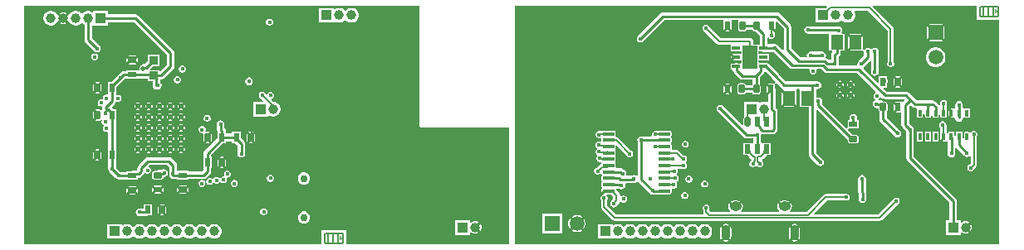
<source format=gbl>
G04*
G04 #@! TF.GenerationSoftware,Altium Limited,Altium Designer,21.0.9 (235)*
G04*
G04 Layer_Physical_Order=4*
G04 Layer_Color=16711680*
%FSLAX44Y44*%
%MOMM*%
G71*
G04*
G04 #@! TF.SameCoordinates,35DE941F-9A8C-42F3-B98C-DFFE3D48772F*
G04*
G04*
G04 #@! TF.FilePolarity,Positive*
G04*
G01*
G75*
%ADD12C,0.2540*%
%ADD13C,0.2000*%
%ADD14C,0.1270*%
%ADD16R,1.3000X1.5000*%
%ADD22R,0.9000X0.6000*%
G04:AMPARAMS|DCode=23|XSize=0.6mm|YSize=0.9mm|CornerRadius=0.15mm|HoleSize=0mm|Usage=FLASHONLY|Rotation=270.000|XOffset=0mm|YOffset=0mm|HoleType=Round|Shape=RoundedRectangle|*
%AMROUNDEDRECTD23*
21,1,0.6000,0.6000,0,0,270.0*
21,1,0.3000,0.9000,0,0,270.0*
1,1,0.3000,-0.3000,-0.1500*
1,1,0.3000,-0.3000,0.1500*
1,1,0.3000,0.3000,0.1500*
1,1,0.3000,0.3000,-0.1500*
%
%ADD23ROUNDEDRECTD23*%
%ADD24R,0.6000X0.9000*%
G04:AMPARAMS|DCode=25|XSize=0.6mm|YSize=0.9mm|CornerRadius=0.15mm|HoleSize=0mm|Usage=FLASHONLY|Rotation=0.000|XOffset=0mm|YOffset=0mm|HoleType=Round|Shape=RoundedRectangle|*
%AMROUNDEDRECTD25*
21,1,0.6000,0.6000,0,0,0.0*
21,1,0.3000,0.9000,0,0,0.0*
1,1,0.3000,0.1500,-0.3000*
1,1,0.3000,-0.1500,-0.3000*
1,1,0.3000,-0.1500,0.3000*
1,1,0.3000,0.1500,0.3000*
%
%ADD25ROUNDEDRECTD25*%
%ADD99C,0.7500*%
%ADD100R,1.5000X1.5000*%
%ADD101C,1.5000*%
%ADD102R,1.0000X1.0000*%
%ADD103C,1.0000*%
%ADD104R,1.5000X1.5000*%
%ADD105O,1.2500X0.9500*%
%ADD106O,0.9000X1.5500*%
%ADD107C,0.4500*%
%ADD108C,0.5000*%
G04:AMPARAMS|DCode=109|XSize=0.4mm|YSize=1.2mm|CornerRadius=0.05mm|HoleSize=0mm|Usage=FLASHONLY|Rotation=90.000|XOffset=0mm|YOffset=0mm|HoleType=Round|Shape=RoundedRectangle|*
%AMROUNDEDRECTD109*
21,1,0.4000,1.1000,0,0,90.0*
21,1,0.3000,1.2000,0,0,90.0*
1,1,0.1000,0.5500,0.1500*
1,1,0.1000,0.5500,-0.1500*
1,1,0.1000,-0.5500,-0.1500*
1,1,0.1000,-0.5500,0.1500*
%
%ADD109ROUNDEDRECTD109*%
G04:AMPARAMS|DCode=110|XSize=0.6mm|YSize=1mm|CornerRadius=0.15mm|HoleSize=0mm|Usage=FLASHONLY|Rotation=180.000|XOffset=0mm|YOffset=0mm|HoleType=Round|Shape=RoundedRectangle|*
%AMROUNDEDRECTD110*
21,1,0.6000,0.7000,0,0,180.0*
21,1,0.3000,1.0000,0,0,180.0*
1,1,0.3000,-0.1500,0.3500*
1,1,0.3000,0.1500,0.3500*
1,1,0.3000,0.1500,-0.3500*
1,1,0.3000,-0.1500,-0.3500*
%
%ADD110ROUNDEDRECTD110*%
%ADD111R,0.6000X1.0000*%
G04:AMPARAMS|DCode=112|XSize=0.4mm|YSize=0.9mm|CornerRadius=0.1mm|HoleSize=0mm|Usage=FLASHONLY|Rotation=270.000|XOffset=0mm|YOffset=0mm|HoleType=Round|Shape=RoundedRectangle|*
%AMROUNDEDRECTD112*
21,1,0.4000,0.7000,0,0,270.0*
21,1,0.2000,0.9000,0,0,270.0*
1,1,0.2000,-0.3500,-0.1000*
1,1,0.2000,-0.3500,0.1000*
1,1,0.2000,0.3500,0.1000*
1,1,0.2000,0.3500,-0.1000*
%
%ADD112ROUNDEDRECTD112*%
%ADD113R,0.9000X0.4000*%
%ADD114R,1.4900X2.3700*%
%ADD115R,0.3500X0.7500*%
G04:AMPARAMS|DCode=116|XSize=0.75mm|YSize=0.35mm|CornerRadius=0.0875mm|HoleSize=0mm|Usage=FLASHONLY|Rotation=90.000|XOffset=0mm|YOffset=0mm|HoleType=Round|Shape=RoundedRectangle|*
%AMROUNDEDRECTD116*
21,1,0.7500,0.1750,0,0,90.0*
21,1,0.5750,0.3500,0,0,90.0*
1,1,0.1750,0.0875,0.2875*
1,1,0.1750,0.0875,-0.2875*
1,1,0.1750,-0.0875,-0.2875*
1,1,0.1750,-0.0875,0.2875*
%
%ADD116ROUNDEDRECTD116*%
%ADD117R,0.9400X0.8900*%
G36*
X905410Y747000D02*
Y625000D01*
X905607Y624009D01*
X906169Y623169D01*
X907009Y622607D01*
X908000Y622410D01*
X997000D01*
Y503000D01*
X831590D01*
Y515000D01*
X831393Y515991D01*
X830831Y516831D01*
X829991Y517393D01*
X829000Y517590D01*
X808000D01*
X807009Y517393D01*
X806169Y516831D01*
X805607Y515991D01*
X805410Y515000D01*
Y503000D01*
X503000D01*
X503000Y747000D01*
X905410Y747000D01*
D02*
G37*
G36*
X1320626D02*
X1321152Y745730D01*
X1319962Y744540D01*
X1309460D01*
Y729460D01*
X1324540D01*
Y729806D01*
X1325810Y730539D01*
X1326790Y729974D01*
X1328707Y729460D01*
X1330693D01*
X1332610Y729974D01*
X1334330Y730966D01*
X1335205Y731842D01*
X1336050Y732226D01*
X1336895Y731842D01*
X1337770Y730966D01*
X1339490Y729974D01*
X1341407Y729460D01*
X1343393D01*
X1345310Y729974D01*
X1347030Y730966D01*
X1348434Y732370D01*
X1349426Y734090D01*
X1349940Y736007D01*
Y737993D01*
X1349426Y739910D01*
X1349202Y740298D01*
X1349837Y741398D01*
X1363024D01*
X1382926Y721496D01*
Y689053D01*
X1382643Y688370D01*
Y686970D01*
X1383179Y685676D01*
X1384169Y684686D01*
X1385463Y684150D01*
X1386863D01*
X1388157Y684686D01*
X1389147Y685676D01*
X1389683Y686970D01*
Y688370D01*
X1389400Y689053D01*
Y722837D01*
X1389154Y724076D01*
X1388452Y725126D01*
X1367848Y745730D01*
X1368374Y747000D01*
X1473410Y747000D01*
Y735000D01*
X1473607Y734009D01*
X1474169Y733169D01*
X1475009Y732607D01*
X1476000Y732410D01*
X1497000D01*
X1497000Y503000D01*
X1003000D01*
X1003000Y747000D01*
X1320626Y747000D01*
D02*
G37*
G36*
X827000Y508432D02*
Y507974D01*
X825234D01*
Y507000D01*
X824735D01*
Y507974D01*
X824184D01*
Y508432D01*
X824735D01*
Y511060D01*
X825140D01*
X827000Y508432D01*
D02*
G37*
G36*
X1495000Y740432D02*
Y739974D01*
X1493234D01*
Y739000D01*
X1492735D01*
Y739974D01*
X1492184D01*
Y740432D01*
X1492735D01*
Y743060D01*
X1493140D01*
X1495000Y740432D01*
D02*
G37*
%LPC*%
G36*
X837393Y744540D02*
X835407D01*
X833490Y744026D01*
X831770Y743034D01*
X830697Y741960D01*
X830050Y741738D01*
X829403Y741960D01*
X828330Y743034D01*
X826610Y744026D01*
X824693Y744540D01*
X822707D01*
X820790Y744026D01*
X819540Y743305D01*
X818540Y743860D01*
Y744540D01*
X803460D01*
Y729460D01*
X818540D01*
Y730140D01*
X819540Y730695D01*
X820790Y729974D01*
X822707Y729460D01*
X824693D01*
X826610Y729974D01*
X828330Y730966D01*
X829403Y732040D01*
X830050Y732262D01*
X830697Y732040D01*
X831770Y730966D01*
X833490Y729974D01*
X835407Y729460D01*
X837393D01*
X839310Y729974D01*
X841030Y730966D01*
X842433Y732370D01*
X843426Y734090D01*
X843940Y736007D01*
Y737993D01*
X843426Y739910D01*
X842433Y741630D01*
X841030Y743034D01*
X839310Y744026D01*
X837393Y744540D01*
D02*
G37*
G36*
X588240Y741540D02*
X573160D01*
Y740860D01*
X572160Y740305D01*
X570910Y741026D01*
X568993Y741540D01*
X567007D01*
X565090Y741026D01*
X563370Y740033D01*
X562297Y738960D01*
X561650Y738738D01*
X561003Y738960D01*
X559930Y740033D01*
X558210Y741026D01*
X556293Y741540D01*
X554307D01*
X552390Y741026D01*
X550670Y740033D01*
X549267Y738630D01*
X548850Y737908D01*
X548631Y737825D01*
X548219Y737823D01*
X544396Y734000D01*
X548219Y730176D01*
X548631Y730175D01*
X548850Y730092D01*
X549267Y729370D01*
X550670Y727967D01*
X552390Y726974D01*
X554307Y726460D01*
X556293D01*
X558210Y726974D01*
X559930Y727967D01*
X561003Y729040D01*
X561650Y729262D01*
X562297Y729040D01*
X563370Y727967D01*
X564115Y727536D01*
Y712000D01*
X564411Y710513D01*
X565253Y709253D01*
X574253Y700253D01*
X575513Y699411D01*
X577000Y699115D01*
X578487Y699411D01*
X579747Y700253D01*
X580589Y701513D01*
X580885Y703000D01*
X580589Y704487D01*
X579747Y705747D01*
X571885Y713609D01*
Y726704D01*
X572160Y726866D01*
X573160Y726460D01*
Y726460D01*
X588240D01*
Y730115D01*
X614391D01*
X648115Y696391D01*
Y686609D01*
X641686Y680180D01*
X640762Y680563D01*
Y680870D01*
X631363D01*
X630980Y681794D01*
X634316Y685130D01*
X640762D01*
Y696570D01*
X628823D01*
Y690624D01*
X625554Y687355D01*
X625471D01*
X623984Y687060D01*
X622724Y686218D01*
X622717Y686211D01*
X622621Y686191D01*
X622132Y685865D01*
X621972Y685799D01*
X621849Y685676D01*
X621361Y685349D01*
X621034Y684861D01*
X620911Y684738D01*
X620845Y684578D01*
X620518Y684089D01*
X620404Y683513D01*
X620337Y683353D01*
Y683179D01*
X620223Y682602D01*
X620337Y682026D01*
Y681853D01*
X620404Y681692D01*
X620506Y681177D01*
X620506Y681096D01*
X619943Y680177D01*
X618770D01*
Y680563D01*
X607230D01*
Y680177D01*
X604292D01*
X602806Y679882D01*
X601546Y679039D01*
X591276Y668770D01*
X588230D01*
Y657230D01*
X588615D01*
Y656122D01*
X587615Y655453D01*
X587140Y655650D01*
X585740D01*
X584446Y655114D01*
X583456Y654124D01*
X582920Y652830D01*
Y651551D01*
X582550Y651152D01*
X582094Y650810D01*
X581986Y650855D01*
X580585D01*
X579291Y650319D01*
X578301Y649329D01*
X577765Y648035D01*
Y646635D01*
X578301Y645341D01*
X579291Y644351D01*
X580585Y643815D01*
X581356D01*
X582194Y642901D01*
X582115Y642508D01*
X582386Y641148D01*
X582076Y640684D01*
X581999Y640297D01*
X580997Y639997D01*
X580081Y640609D01*
X579000Y640824D01*
X576000D01*
X575142Y640654D01*
X578398Y637398D01*
X576602Y635602D01*
X573346Y638858D01*
X573176Y638000D01*
Y632000D01*
X573346Y631142D01*
X576602Y634398D01*
X578398Y632602D01*
X575142Y629346D01*
X576000Y629176D01*
X579000D01*
X580081Y629391D01*
X580997Y630003D01*
X581086Y630136D01*
X581303Y630322D01*
X582089Y629902D01*
Y629902D01*
X582121Y629885D01*
X581989Y629568D01*
X581741Y628969D01*
Y627569D01*
X582277Y626275D01*
X583268Y625285D01*
X583824Y625054D01*
X584023Y623889D01*
X583456Y623322D01*
X582920Y622028D01*
Y620628D01*
X583456Y619334D01*
X584446Y618344D01*
X585740Y617808D01*
X587140D01*
X587615Y618005D01*
X588615Y617337D01*
Y599770D01*
X588230D01*
Y588230D01*
X588615D01*
Y579500D01*
X588911Y578013D01*
X589753Y576753D01*
X596253Y570253D01*
X597513Y569411D01*
X599000Y569115D01*
X607230D01*
Y568730D01*
X618770D01*
Y570674D01*
X619250D01*
X620736Y570970D01*
X621996Y571812D01*
X624608Y574424D01*
X625239Y575368D01*
X626384Y575639D01*
X626506Y575516D01*
X627800Y574980D01*
X629200D01*
X630494Y575516D01*
X631484Y576506D01*
X632020Y577800D01*
Y579200D01*
X631484Y580494D01*
X630494Y581484D01*
X630019Y581681D01*
X629784Y582860D01*
X630789Y583865D01*
X648641D01*
X650615Y581891D01*
Y573500D01*
X650911Y572013D01*
X651753Y570753D01*
X653013Y569911D01*
X654500Y569615D01*
X658773D01*
Y569230D01*
X670312D01*
Y569615D01*
X685500D01*
X686987Y569911D01*
X688247Y570753D01*
X692247Y574753D01*
X693089Y576013D01*
X693385Y577500D01*
Y580687D01*
X693770D01*
Y592228D01*
X693385D01*
Y593891D01*
X705724Y606230D01*
X708770D01*
Y608115D01*
X714773D01*
Y606230D01*
X717819D01*
X720323Y603726D01*
Y595207D01*
X720619Y593721D01*
X721461Y592461D01*
X722721Y591619D01*
X724208Y591323D01*
X725694Y591619D01*
X726954Y592461D01*
X727796Y593721D01*
X728092Y595207D01*
Y605335D01*
X727796Y606822D01*
X726954Y608082D01*
X723313Y611724D01*
Y617770D01*
X714773D01*
Y615885D01*
X708770D01*
Y617770D01*
X708385D01*
Y618218D01*
X708089Y619705D01*
X707247Y620965D01*
X707136Y621076D01*
Y625373D01*
X706841Y626860D01*
X705999Y628120D01*
X705846Y628273D01*
X704585Y629115D01*
X703099Y629411D01*
X701612Y629115D01*
X700352Y628273D01*
X699510Y627013D01*
X699214Y625526D01*
X699367Y624757D01*
Y619466D01*
X699663Y617980D01*
X700230Y617131D01*
Y611724D01*
X686753Y598247D01*
X685911Y596987D01*
X685615Y595500D01*
Y592228D01*
X685230D01*
Y580687D01*
X685615D01*
Y579109D01*
X683891Y577385D01*
X670312D01*
Y577770D01*
X658773D01*
X658385Y578609D01*
Y583500D01*
X658089Y584987D01*
X657247Y586247D01*
X652997Y590497D01*
X651737Y591339D01*
X650250Y591635D01*
X629180D01*
X627693Y591339D01*
X626433Y590497D01*
X619115Y583178D01*
X618273Y581918D01*
X617977Y580432D01*
Y578780D01*
X617640Y578443D01*
X614559D01*
X613072Y578148D01*
X611812Y577305D01*
X611776Y577270D01*
X607230D01*
Y576885D01*
X600609D01*
X596385Y581109D01*
Y588230D01*
X596770D01*
Y599770D01*
X596385D01*
Y629230D01*
X596770D01*
Y640770D01*
X593724D01*
X591740Y642754D01*
X595247Y646261D01*
X596089Y647521D01*
X596214Y648151D01*
X597355Y648761D01*
X597860Y648552D01*
X599260D01*
X600554Y649088D01*
X601544Y650078D01*
X602080Y651372D01*
Y652772D01*
X601544Y654066D01*
X600554Y655056D01*
X599260Y655592D01*
X597860D01*
X597385Y655395D01*
X596385Y656063D01*
Y657230D01*
X596770D01*
Y663276D01*
X605902Y672408D01*
X607230D01*
Y672023D01*
X618770D01*
Y672408D01*
X628823D01*
Y669430D01*
X633555D01*
Y665000D01*
X633851Y663513D01*
X634693Y662253D01*
X635953Y661411D01*
X637440Y661115D01*
X639043D01*
X640529Y661411D01*
X641789Y662253D01*
X642632Y663513D01*
X642927Y665000D01*
Y665368D01*
X642632Y666855D01*
X641789Y668115D01*
X641325Y668426D01*
Y669755D01*
X641812Y670483D01*
X641967Y671265D01*
X642150D01*
X643637Y671561D01*
X644897Y672403D01*
X654747Y682253D01*
X655589Y683513D01*
X655885Y685000D01*
Y698000D01*
X655589Y699487D01*
X654747Y700747D01*
X618747Y736747D01*
X617487Y737589D01*
X616000Y737885D01*
X588240D01*
Y741540D01*
D02*
G37*
G36*
X543847Y740270D02*
X541353D01*
X539071Y739325D01*
X542600Y735796D01*
X546129Y739325D01*
X543847Y740270D01*
D02*
G37*
G36*
X542600Y732204D02*
X539071Y728675D01*
X541353Y727730D01*
X543847D01*
X546129Y728675D01*
X542600Y732204D01*
D02*
G37*
G36*
X753700Y733520D02*
X752300D01*
X751006Y732984D01*
X750016Y731994D01*
X749480Y730700D01*
Y729300D01*
X750016Y728006D01*
X751006Y727016D01*
X752300Y726480D01*
X753700D01*
X754994Y727016D01*
X755984Y728006D01*
X756520Y729300D01*
Y730700D01*
X755984Y731994D01*
X754994Y732984D01*
X753700Y733520D01*
D02*
G37*
G36*
X530893Y741540D02*
X528907D01*
X526990Y741026D01*
X525270Y740033D01*
X523867Y738630D01*
X522874Y736910D01*
X522360Y734993D01*
Y733007D01*
X522874Y731090D01*
X523867Y729370D01*
X525270Y727967D01*
X526990Y726974D01*
X528907Y726460D01*
X530893D01*
X532810Y726974D01*
X534530Y727967D01*
X535933Y729370D01*
X536350Y730092D01*
X536569Y730175D01*
X536980Y730176D01*
X540804Y734000D01*
X536980Y737823D01*
X536569Y737825D01*
X536350Y737908D01*
X535933Y738630D01*
X534530Y740033D01*
X532810Y741026D01*
X530893Y741540D01*
D02*
G37*
G36*
X575365Y697855D02*
X573965D01*
X572671Y697319D01*
X571681Y696329D01*
X571145Y695035D01*
Y693635D01*
X571681Y692341D01*
X572671Y691351D01*
X573965Y690815D01*
X575365D01*
X576659Y691351D01*
X577649Y692341D01*
X578185Y693635D01*
Y695035D01*
X577649Y696329D01*
X576659Y697319D01*
X575365Y697855D01*
D02*
G37*
G36*
X618654Y693650D02*
X616296Y691293D01*
X618654Y688935D01*
X618824Y689792D01*
Y692793D01*
X618654Y693650D01*
D02*
G37*
G36*
X607346Y693650D02*
X607176Y692793D01*
Y689792D01*
X607346Y688935D01*
X609704Y691293D01*
X607346Y693650D01*
D02*
G37*
G36*
X616000Y695617D02*
X610000D01*
X609142Y695446D01*
X612398Y692191D01*
X611500Y691293D01*
X612398Y690395D01*
X609142Y687139D01*
X610000Y686968D01*
X616000D01*
X616858Y687139D01*
X613602Y690395D01*
X614500Y691293D01*
X613602Y692191D01*
X616858Y695446D01*
X616000Y695617D01*
D02*
G37*
G36*
X664700Y685520D02*
X663300D01*
X662006Y684984D01*
X661016Y683994D01*
X660480Y682700D01*
Y681300D01*
X661016Y680006D01*
X662006Y679016D01*
X663300Y678480D01*
X664700D01*
X665994Y679016D01*
X666984Y680006D01*
X667520Y681300D01*
Y682700D01*
X666984Y683994D01*
X665994Y684984D01*
X664700Y685520D01*
D02*
G37*
G36*
X659700Y674520D02*
X658300D01*
X657006Y673984D01*
X656016Y672994D01*
X655480Y671700D01*
Y670300D01*
X656016Y669006D01*
X657006Y668016D01*
X658300Y667480D01*
X659700D01*
X660994Y668016D01*
X661984Y669006D01*
X662520Y670300D01*
Y671700D01*
X661984Y672994D01*
X660994Y673984D01*
X659700Y674520D01*
D02*
G37*
G36*
X579000Y668824D02*
X576000D01*
X575142Y668654D01*
X577500Y666296D01*
X579858Y668654D01*
X579000Y668824D01*
D02*
G37*
G36*
X732000Y673460D02*
X730513Y673164D01*
X729253Y672322D01*
X728411Y671062D01*
X728115Y669575D01*
Y669045D01*
X728411Y667558D01*
X729253Y666298D01*
X730513Y665456D01*
X732000Y665160D01*
X733487Y665456D01*
X734747Y666298D01*
X735589Y667558D01*
X735885Y669045D01*
Y669575D01*
X735589Y671062D01*
X734747Y672322D01*
X733487Y673164D01*
X732000Y673460D01*
D02*
G37*
G36*
X573346Y666858D02*
X573176Y666000D01*
Y660000D01*
X573346Y659142D01*
X576602Y662398D01*
X577500Y661500D01*
X578398Y662398D01*
X581654Y659142D01*
X581824Y660000D01*
Y666000D01*
X581654Y666858D01*
X578398Y663602D01*
X577500Y664500D01*
X576602Y663602D01*
X573346Y666858D01*
D02*
G37*
G36*
X577500Y659704D02*
X575142Y657346D01*
X576000Y657176D01*
X579000D01*
X579858Y657346D01*
X577500Y659704D01*
D02*
G37*
G36*
X663750Y647770D02*
X662250D01*
X661385Y647411D01*
X663000Y645796D01*
X664615Y647411D01*
X663750Y647770D01*
D02*
G37*
G36*
X641750D02*
X640250D01*
X639385Y647411D01*
X641000Y645796D01*
X642616Y647411D01*
X641750Y647770D01*
D02*
G37*
G36*
X619750D02*
X618250D01*
X617385Y647411D01*
X619000Y645796D01*
X620615Y647411D01*
X619750Y647770D01*
D02*
G37*
G36*
X652750Y647770D02*
X651250D01*
X650385Y647411D01*
X652000Y645796D01*
X653615Y647411D01*
X652750Y647770D01*
D02*
G37*
G36*
X630750D02*
X629250D01*
X628385Y647411D01*
X630000Y645796D01*
X631615Y647411D01*
X630750Y647770D01*
D02*
G37*
G36*
X666412Y645615D02*
X664796Y644000D01*
X666412Y642385D01*
X666770Y643250D01*
Y644750D01*
X666412Y645615D01*
D02*
G37*
G36*
X644411D02*
X642796Y644000D01*
X644411Y642385D01*
X644770Y643250D01*
Y644750D01*
X644411Y645615D01*
D02*
G37*
G36*
X622411D02*
X620796Y644000D01*
X622411Y642385D01*
X622770Y643250D01*
Y644750D01*
X622411Y645615D01*
D02*
G37*
G36*
X659588Y645615D02*
X659230Y644750D01*
Y643250D01*
X659588Y642385D01*
X661204Y644000D01*
X659588Y645615D01*
D02*
G37*
G36*
X637589D02*
X637230Y644750D01*
Y643250D01*
X637589Y642385D01*
X639204Y644000D01*
X637589Y645615D01*
D02*
G37*
G36*
X615588D02*
X615230Y644750D01*
Y643250D01*
X615588Y642385D01*
X617204Y644000D01*
X615588Y645615D01*
D02*
G37*
G36*
X655412Y645615D02*
X653796Y644000D01*
X655412Y642384D01*
X655770Y643250D01*
Y644750D01*
X655412Y645615D01*
D02*
G37*
G36*
X633411D02*
X631796Y644000D01*
X633411Y642384D01*
X633770Y643250D01*
Y644750D01*
X633411Y645615D01*
D02*
G37*
G36*
X648588Y645615D02*
X648230Y644750D01*
Y643250D01*
X648588Y642384D01*
X650204Y644000D01*
X648588Y645615D01*
D02*
G37*
G36*
X626589D02*
X626230Y644750D01*
Y643250D01*
X626589Y642384D01*
X628204Y644000D01*
X626589Y645615D01*
D02*
G37*
G36*
X663000Y642204D02*
X661385Y640589D01*
X662250Y640230D01*
X663750D01*
X664615Y640589D01*
X663000Y642204D01*
D02*
G37*
G36*
X641000D02*
X639385Y640589D01*
X640250Y640230D01*
X641750D01*
X642616Y640589D01*
X641000Y642204D01*
D02*
G37*
G36*
X619000D02*
X617385Y640589D01*
X618250Y640230D01*
X619750D01*
X620616Y640589D01*
X619000Y642204D01*
D02*
G37*
G36*
X652000Y642204D02*
X650385Y640589D01*
X651250Y640230D01*
X652750D01*
X653615Y640589D01*
X652000Y642204D01*
D02*
G37*
G36*
X630000D02*
X628385Y640589D01*
X629250Y640230D01*
X630750D01*
X631615Y640589D01*
X630000Y642204D01*
D02*
G37*
G36*
X663750Y636770D02*
X662250D01*
X661385Y636412D01*
X663000Y634796D01*
X664615Y636412D01*
X663750Y636770D01*
D02*
G37*
G36*
X652750D02*
X651250D01*
X650385Y636412D01*
X652000Y634796D01*
X653615Y636412D01*
X652750Y636770D01*
D02*
G37*
G36*
X630750D02*
X629250D01*
X628385Y636412D01*
X630000Y634796D01*
X631615Y636412D01*
X630750Y636770D01*
D02*
G37*
G36*
X619750D02*
X618250D01*
X617385Y636412D01*
X619000Y634796D01*
X620616Y636412D01*
X619750Y636770D01*
D02*
G37*
G36*
X641750Y636770D02*
X640250D01*
X639385Y636412D01*
X641000Y634796D01*
X642616Y636412D01*
X641750Y636770D01*
D02*
G37*
G36*
X746265Y658918D02*
X744865D01*
X743571Y658382D01*
X742581Y657392D01*
X742045Y656098D01*
Y654698D01*
X742581Y653404D01*
X743571Y652414D01*
X744254Y652131D01*
X746921Y649464D01*
X746538Y648540D01*
X736460D01*
Y633460D01*
X751540D01*
Y634140D01*
X752540Y634695D01*
X753790Y633974D01*
X755707Y633460D01*
X757693D01*
X759610Y633974D01*
X761330Y634967D01*
X762734Y636370D01*
X763726Y638090D01*
X764240Y640007D01*
Y641993D01*
X763726Y643910D01*
X762734Y645630D01*
X761330Y647033D01*
X759610Y648026D01*
X757693Y648540D01*
X757001D01*
X754985Y650556D01*
X755248Y651707D01*
X755994Y652016D01*
X756984Y653006D01*
X757520Y654300D01*
Y655700D01*
X756984Y656994D01*
X755994Y657984D01*
X754700Y658520D01*
X753300D01*
X752006Y657984D01*
X751016Y656994D01*
X750707Y656248D01*
X749556Y655985D01*
X748832Y656709D01*
X748549Y657392D01*
X747559Y658382D01*
X746265Y658918D01*
D02*
G37*
G36*
X666412Y634615D02*
X664796Y633000D01*
X666412Y631385D01*
X666770Y632250D01*
Y633750D01*
X666412Y634615D01*
D02*
G37*
G36*
X655412D02*
X653796Y633000D01*
X655412Y631385D01*
X655770Y632250D01*
Y633750D01*
X655412Y634615D01*
D02*
G37*
G36*
X633411D02*
X631796Y633000D01*
X633411Y631385D01*
X633770Y632250D01*
Y633750D01*
X633411Y634615D01*
D02*
G37*
G36*
X622411D02*
X620796Y633000D01*
X622411Y631385D01*
X622770Y632250D01*
Y633750D01*
X622411Y634615D01*
D02*
G37*
G36*
X659588Y634616D02*
X659230Y633750D01*
Y632250D01*
X659588Y631385D01*
X661204Y633000D01*
X659588Y634616D01*
D02*
G37*
G36*
X648588D02*
X648230Y633750D01*
Y632250D01*
X648588Y631385D01*
X650204Y633000D01*
X648588Y634616D01*
D02*
G37*
G36*
X626589D02*
X626230Y633750D01*
Y632250D01*
X626589Y631385D01*
X628204Y633000D01*
X626589Y634616D01*
D02*
G37*
G36*
X615589D02*
X615230Y633750D01*
Y632250D01*
X615589Y631385D01*
X617204Y633000D01*
X615589Y634616D01*
D02*
G37*
G36*
X644411Y634615D02*
X642796Y633000D01*
X644411Y631385D01*
X644770Y632250D01*
Y633750D01*
X644411Y634615D01*
D02*
G37*
G36*
X637589Y634615D02*
X637230Y633750D01*
Y632250D01*
X637589Y631385D01*
X639204Y633000D01*
X637589Y634615D01*
D02*
G37*
G36*
X663000Y631204D02*
X661385Y629589D01*
X662250Y629230D01*
X663750D01*
X664615Y629589D01*
X663000Y631204D01*
D02*
G37*
G36*
X652000D02*
X650385Y629589D01*
X651250Y629230D01*
X652750D01*
X653615Y629589D01*
X652000Y631204D01*
D02*
G37*
G36*
X630000D02*
X628385Y629589D01*
X629250Y629230D01*
X630750D01*
X631615Y629589D01*
X630000Y631204D01*
D02*
G37*
G36*
X619000D02*
X617385Y629589D01*
X618250Y629230D01*
X619750D01*
X620616Y629589D01*
X619000Y631204D01*
D02*
G37*
G36*
X641000Y631204D02*
X639385Y629589D01*
X640250Y629230D01*
X641750D01*
X642616Y629589D01*
X641000Y631204D01*
D02*
G37*
G36*
X689973Y635106D02*
X688573D01*
X687279Y634571D01*
X686289Y633580D01*
X685753Y632287D01*
Y630886D01*
X686289Y629593D01*
X687279Y628602D01*
X688573Y628066D01*
X689973D01*
X691267Y628602D01*
X692257Y629593D01*
X692793Y630886D01*
Y632287D01*
X692257Y633580D01*
X691267Y634571D01*
X689973Y635106D01*
D02*
G37*
G36*
X663750Y625770D02*
X662250D01*
X661385Y625411D01*
X663000Y623796D01*
X664615Y625411D01*
X663750Y625770D01*
D02*
G37*
G36*
X652750D02*
X651250D01*
X650385Y625411D01*
X652000Y623796D01*
X653615Y625411D01*
X652750Y625770D01*
D02*
G37*
G36*
X641750D02*
X640250D01*
X639385Y625411D01*
X641000Y623796D01*
X642616Y625411D01*
X641750Y625770D01*
D02*
G37*
G36*
X630750D02*
X629250D01*
X628385Y625411D01*
X630000Y623796D01*
X631615Y625411D01*
X630750Y625770D01*
D02*
G37*
G36*
X619750D02*
X618250D01*
X617385Y625411D01*
X619000Y623796D01*
X620615Y625411D01*
X619750Y625770D01*
D02*
G37*
G36*
X666412Y623615D02*
X664796Y622000D01*
X666412Y620385D01*
X666770Y621250D01*
Y622750D01*
X666412Y623615D01*
D02*
G37*
G36*
X655412D02*
X653796Y622000D01*
X655412Y620385D01*
X655770Y621250D01*
Y622750D01*
X655412Y623615D01*
D02*
G37*
G36*
X644411D02*
X642796Y622000D01*
X644411Y620385D01*
X644770Y621250D01*
Y622750D01*
X644411Y623615D01*
D02*
G37*
G36*
X633411D02*
X631796Y622000D01*
X633411Y620385D01*
X633770Y621250D01*
Y622750D01*
X633411Y623615D01*
D02*
G37*
G36*
X622411D02*
X620796Y622000D01*
X622411Y620385D01*
X622770Y621250D01*
Y622750D01*
X622411Y623615D01*
D02*
G37*
G36*
X659588Y623615D02*
X659230Y622750D01*
Y621250D01*
X659588Y620385D01*
X661204Y622000D01*
X659588Y623615D01*
D02*
G37*
G36*
X648588D02*
X648230Y622750D01*
Y621250D01*
X648588Y620385D01*
X650204Y622000D01*
X648588Y623615D01*
D02*
G37*
G36*
X637589D02*
X637230Y622750D01*
Y621250D01*
X637589Y620385D01*
X639204Y622000D01*
X637589Y623615D01*
D02*
G37*
G36*
X626589D02*
X626230Y622750D01*
Y621250D01*
X626589Y620385D01*
X628204Y622000D01*
X626589Y623615D01*
D02*
G37*
G36*
X615588D02*
X615230Y622750D01*
Y621250D01*
X615588Y620385D01*
X617204Y622000D01*
X615588Y623615D01*
D02*
G37*
G36*
X663000Y620204D02*
X661385Y618588D01*
X662250Y618230D01*
X663750D01*
X664615Y618588D01*
X663000Y620204D01*
D02*
G37*
G36*
X652000D02*
X650385Y618588D01*
X651250Y618230D01*
X652750D01*
X653615Y618588D01*
X652000Y620204D01*
D02*
G37*
G36*
X641000D02*
X639385Y618588D01*
X640250Y618230D01*
X641750D01*
X642616Y618588D01*
X641000Y620204D01*
D02*
G37*
G36*
X630000D02*
X628385Y618588D01*
X629250Y618230D01*
X630750D01*
X631615Y618588D01*
X630000Y620204D01*
D02*
G37*
G36*
X619000D02*
X617385Y618588D01*
X618250Y618230D01*
X619750D01*
X620616Y618588D01*
X619000Y620204D01*
D02*
G37*
G36*
X735543Y617824D02*
X732543D01*
X731685Y617654D01*
X734043Y615296D01*
X736400Y617654D01*
X735543Y617824D01*
D02*
G37*
G36*
X641750Y614770D02*
X640250D01*
X639385Y614412D01*
X641000Y612796D01*
X642616Y614412D01*
X641750Y614770D01*
D02*
G37*
G36*
X663750Y614770D02*
X662250D01*
X661385Y614412D01*
X663000Y612796D01*
X664615Y614412D01*
X663750Y614770D01*
D02*
G37*
G36*
X652750D02*
X651250D01*
X650385Y614412D01*
X652000Y612796D01*
X653615Y614412D01*
X652750Y614770D01*
D02*
G37*
G36*
X630750D02*
X629250D01*
X628385Y614412D01*
X630000Y612796D01*
X631615Y614412D01*
X630750Y614770D01*
D02*
G37*
G36*
X619750D02*
X618250D01*
X617385Y614412D01*
X619000Y612796D01*
X620616Y614412D01*
X619750Y614770D01*
D02*
G37*
G36*
X738196Y615858D02*
X734940Y612602D01*
X734043Y613500D01*
X733145Y612602D01*
X729889Y615858D01*
X729718Y615000D01*
Y609000D01*
X729889Y608142D01*
X733145Y611398D01*
X734043Y610500D01*
X734940Y611398D01*
X738196Y608142D01*
X738367Y609000D01*
Y615000D01*
X738196Y615858D01*
D02*
G37*
G36*
X644411Y612616D02*
X642796Y611000D01*
X644411Y609385D01*
X644770Y610250D01*
Y611750D01*
X644411Y612616D01*
D02*
G37*
G36*
X637589Y612616D02*
X637230Y611750D01*
Y610250D01*
X637589Y609385D01*
X639204Y611000D01*
X637589Y612616D01*
D02*
G37*
G36*
X666412Y612615D02*
X664796Y611000D01*
X666412Y609385D01*
X666770Y610250D01*
Y611750D01*
X666412Y612615D01*
D02*
G37*
G36*
X655412D02*
X653796Y611000D01*
X655412Y609385D01*
X655770Y610250D01*
Y611750D01*
X655412Y612615D01*
D02*
G37*
G36*
X633411D02*
X631796Y611000D01*
X633411Y609385D01*
X633770Y610250D01*
Y611750D01*
X633411Y612615D01*
D02*
G37*
G36*
X622411D02*
X620796Y611000D01*
X622411Y609385D01*
X622770Y610250D01*
Y611750D01*
X622411Y612615D01*
D02*
G37*
G36*
X659588Y612616D02*
X659230Y611750D01*
Y610250D01*
X659588Y609385D01*
X661204Y611000D01*
X659588Y612616D01*
D02*
G37*
G36*
X648588D02*
X648230Y611750D01*
Y610250D01*
X648588Y609385D01*
X650204Y611000D01*
X648588Y612616D01*
D02*
G37*
G36*
X626589D02*
X626230Y611750D01*
Y610250D01*
X626589Y609385D01*
X628204Y611000D01*
X626589Y612616D01*
D02*
G37*
G36*
X615589D02*
X615230Y611750D01*
Y610250D01*
X615589Y609385D01*
X617204Y611000D01*
X615589Y612616D01*
D02*
G37*
G36*
X684892Y623526D02*
X683492D01*
X682198Y622990D01*
X681208Y622000D01*
X680672Y620706D01*
Y619306D01*
X681208Y618012D01*
X682198Y617022D01*
X683492Y616486D01*
X684529D01*
X684566Y616469D01*
X685199Y615776D01*
X685289Y615568D01*
X685176Y615000D01*
Y609000D01*
X685346Y608142D01*
X688602Y611398D01*
X689500Y610500D01*
X690398Y611398D01*
X693654Y608142D01*
X693824Y609000D01*
Y615000D01*
X693654Y615858D01*
X690398Y612602D01*
X688602Y614398D01*
X691858Y617654D01*
X691000Y617824D01*
X688180D01*
X687769Y618228D01*
X687477Y618740D01*
X687712Y619306D01*
Y620706D01*
X687176Y622000D01*
X686186Y622990D01*
X684892Y623526D01*
D02*
G37*
G36*
X641000Y609204D02*
X639385Y607589D01*
X640250Y607230D01*
X641750D01*
X642616Y607589D01*
X641000Y609204D01*
D02*
G37*
G36*
X663000Y609204D02*
X661385Y607589D01*
X662250Y607230D01*
X663750D01*
X664615Y607589D01*
X663000Y609204D01*
D02*
G37*
G36*
X652000D02*
X650385Y607589D01*
X651250Y607230D01*
X652750D01*
X653615Y607589D01*
X652000Y609204D01*
D02*
G37*
G36*
X630000D02*
X628385Y607589D01*
X629250Y607230D01*
X630750D01*
X631615Y607589D01*
X630000Y609204D01*
D02*
G37*
G36*
X619000D02*
X617385Y607589D01*
X618250Y607230D01*
X619750D01*
X620616Y607589D01*
X619000Y609204D01*
D02*
G37*
G36*
X734043Y608704D02*
X731685Y606346D01*
X732543Y606176D01*
X735543D01*
X736400Y606346D01*
X734043Y608704D01*
D02*
G37*
G36*
X689500D02*
X687142Y606346D01*
X688000Y606176D01*
X691000D01*
X691858Y606346D01*
X689500Y608704D01*
D02*
G37*
G36*
X652750Y603770D02*
X651250D01*
X650385Y603411D01*
X652000Y601796D01*
X653615Y603411D01*
X652750Y603770D01*
D02*
G37*
G36*
X630750D02*
X629250D01*
X628385Y603411D01*
X630000Y601796D01*
X631615Y603411D01*
X630750Y603770D01*
D02*
G37*
G36*
X663750Y603770D02*
X662250D01*
X661385Y603411D01*
X663000Y601796D01*
X664615Y603411D01*
X663750Y603770D01*
D02*
G37*
G36*
X641750D02*
X640250D01*
X639385Y603411D01*
X641000Y601796D01*
X642616Y603411D01*
X641750Y603770D01*
D02*
G37*
G36*
X619750D02*
X618250D01*
X617385Y603411D01*
X619000Y601796D01*
X620615Y603411D01*
X619750Y603770D01*
D02*
G37*
G36*
X655412Y601615D02*
X653796Y600000D01*
X655412Y598385D01*
X655770Y599250D01*
Y600750D01*
X655412Y601615D01*
D02*
G37*
G36*
X633411D02*
X631796Y600000D01*
X633411Y598385D01*
X633770Y599250D01*
Y600750D01*
X633411Y601615D01*
D02*
G37*
G36*
X648588Y601615D02*
X648230Y600750D01*
Y599250D01*
X648588Y598385D01*
X650204Y600000D01*
X648588Y601615D01*
D02*
G37*
G36*
X626589D02*
X626230Y600750D01*
Y599250D01*
X626589Y598385D01*
X628204Y600000D01*
X626589Y601615D01*
D02*
G37*
G36*
X666412Y601615D02*
X664796Y600000D01*
X666412Y598385D01*
X666770Y599250D01*
Y600750D01*
X666412Y601615D01*
D02*
G37*
G36*
X644411D02*
X642796Y600000D01*
X644411Y598385D01*
X644770Y599250D01*
Y600750D01*
X644411Y601615D01*
D02*
G37*
G36*
X622411D02*
X620796Y600000D01*
X622411Y598385D01*
X622770Y599250D01*
Y600750D01*
X622411Y601615D01*
D02*
G37*
G36*
X659588Y601615D02*
X659230Y600750D01*
Y599250D01*
X659588Y598385D01*
X661204Y600000D01*
X659588Y601615D01*
D02*
G37*
G36*
X637589D02*
X637230Y600750D01*
Y599250D01*
X637589Y598385D01*
X639204Y600000D01*
X637589Y601615D01*
D02*
G37*
G36*
X615588D02*
X615230Y600750D01*
Y599250D01*
X615588Y598385D01*
X617204Y600000D01*
X615588Y601615D01*
D02*
G37*
G36*
X579000Y599824D02*
X576000D01*
X575142Y599654D01*
X577500Y597296D01*
X579858Y599654D01*
X579000Y599824D01*
D02*
G37*
G36*
X652000Y598204D02*
X650385Y596589D01*
X651250Y596230D01*
X652750D01*
X653615Y596589D01*
X652000Y598204D01*
D02*
G37*
G36*
X630000D02*
X628385Y596589D01*
X629250Y596230D01*
X630750D01*
X631615Y596589D01*
X630000Y598204D01*
D02*
G37*
G36*
X663000Y598204D02*
X661385Y596589D01*
X662250Y596230D01*
X663750D01*
X664615Y596589D01*
X663000Y598204D01*
D02*
G37*
G36*
X641000D02*
X639385Y596589D01*
X640250Y596230D01*
X641750D01*
X642616Y596589D01*
X641000Y598204D01*
D02*
G37*
G36*
X619000D02*
X617385Y596589D01*
X618250Y596230D01*
X619750D01*
X620616Y596589D01*
X619000Y598204D01*
D02*
G37*
G36*
X573346Y597858D02*
X573176Y597000D01*
Y591000D01*
X573346Y590142D01*
X576602Y593398D01*
X577500Y592500D01*
X578398Y593398D01*
X581654Y590142D01*
X581824Y591000D01*
Y597000D01*
X581654Y597858D01*
X578398Y594602D01*
X577500Y595500D01*
X576602Y594602D01*
X573346Y597858D01*
D02*
G37*
G36*
X706000Y592282D02*
X703000D01*
X702142Y592111D01*
X704500Y589753D01*
X706858Y592111D01*
X706000Y592282D01*
D02*
G37*
G36*
X577500Y590704D02*
X575142Y588346D01*
X576000Y588176D01*
X579000D01*
X579858Y588346D01*
X577500Y590704D01*
D02*
G37*
G36*
X708654Y590315D02*
X705398Y587060D01*
X704500Y587957D01*
X703602Y587060D01*
X700346Y590315D01*
X700176Y589458D01*
Y583457D01*
X700346Y582600D01*
X703602Y585855D01*
X704500Y584958D01*
X705398Y585855D01*
X708654Y582600D01*
X708824Y583457D01*
Y589458D01*
X708654Y590315D01*
D02*
G37*
G36*
X704500Y583162D02*
X702142Y580804D01*
X703000Y580633D01*
X706000D01*
X706858Y580804D01*
X704500Y583162D01*
D02*
G37*
G36*
X710605Y578128D02*
X709205D01*
X707911Y577592D01*
X706921Y576601D01*
X706385Y575308D01*
Y573907D01*
X706649Y573270D01*
X705981Y572270D01*
X705300D01*
X704006Y571734D01*
X703016Y570744D01*
X702878Y570410D01*
X702591Y570300D01*
X701733Y570261D01*
X700954Y571040D01*
X699660Y571576D01*
X698260D01*
X696966Y571040D01*
X695976Y570050D01*
X695761Y569532D01*
X694611Y569367D01*
X693994Y569984D01*
X692700Y570520D01*
X691300D01*
X690006Y569984D01*
X689016Y568994D01*
X688480Y567700D01*
Y566300D01*
X689016Y565006D01*
X690006Y564016D01*
X691300Y563480D01*
X692700D01*
X693994Y564016D01*
X694984Y565006D01*
X695199Y565525D01*
X696349Y565689D01*
X696966Y565072D01*
X698260Y564536D01*
X699660D01*
X700954Y565072D01*
X701944Y566062D01*
X702083Y566396D01*
X702369Y566507D01*
X703227Y566545D01*
X704006Y565766D01*
X705300Y565230D01*
X706700D01*
X707994Y565766D01*
X708984Y566756D01*
X709520Y568050D01*
Y569450D01*
X709256Y570088D01*
X709924Y571088D01*
X710605D01*
X711899Y571623D01*
X712889Y572614D01*
X713425Y573907D01*
Y575308D01*
X712889Y576601D01*
X711899Y577592D01*
X710605Y578128D01*
D02*
G37*
G36*
X645537Y579509D02*
X645007D01*
X643521Y579214D01*
X643160Y578973D01*
X640588D01*
X639101Y578677D01*
X637841Y577835D01*
X637831Y577824D01*
X636000D01*
X634919Y577609D01*
X634003Y576997D01*
X633391Y576081D01*
X633176Y575000D01*
Y572000D01*
X633391Y570919D01*
X634003Y570003D01*
X634919Y569391D01*
X636000Y569176D01*
X642000D01*
X643081Y569391D01*
X643997Y570003D01*
X644609Y570919D01*
X644674Y571244D01*
X645957Y571499D01*
X646648Y571961D01*
X647024Y572036D01*
X648284Y572878D01*
X649126Y574138D01*
X649422Y575625D01*
X649126Y577111D01*
X648284Y578372D01*
X647024Y579214D01*
X645537Y579509D01*
D02*
G37*
G36*
X754448Y573772D02*
X753048D01*
X751754Y573236D01*
X750764Y572246D01*
X750228Y570952D01*
Y569552D01*
X750764Y568258D01*
X751754Y567268D01*
X753048Y566732D01*
X754448D01*
X755742Y567268D01*
X756732Y568258D01*
X757268Y569552D01*
Y570952D01*
X756732Y572246D01*
X755742Y573236D01*
X754448Y573772D01*
D02*
G37*
G36*
X789251Y576290D02*
X786749D01*
X784437Y575332D01*
X782668Y573563D01*
X781710Y571251D01*
Y568749D01*
X782668Y566437D01*
X784437Y564668D01*
X786749Y563710D01*
X789251D01*
X791563Y564668D01*
X793332Y566437D01*
X794290Y568749D01*
Y571251D01*
X793332Y573563D01*
X791563Y575332D01*
X789251Y576290D01*
D02*
G37*
G36*
X717700Y568520D02*
X716300D01*
X715006Y567984D01*
X714016Y566994D01*
X713480Y565700D01*
Y564300D01*
X714016Y563006D01*
X715006Y562016D01*
X716300Y561480D01*
X717700D01*
X718994Y562016D01*
X719984Y563006D01*
X720520Y564300D01*
Y565700D01*
X719984Y566994D01*
X718994Y567984D01*
X717700Y568520D01*
D02*
G37*
G36*
X684700D02*
X683300D01*
X682006Y567984D01*
X681016Y566994D01*
X680480Y565700D01*
Y564300D01*
X681016Y563006D01*
X682006Y562016D01*
X683300Y561480D01*
X684700D01*
X685994Y562016D01*
X686984Y563006D01*
X687520Y564300D01*
Y565700D01*
X686984Y566994D01*
X685994Y567984D01*
X684700Y568520D01*
D02*
G37*
G36*
X670196Y560858D02*
X667839Y558500D01*
X670196Y556142D01*
X670367Y557000D01*
Y560000D01*
X670196Y560858D01*
D02*
G37*
G36*
X658889Y560858D02*
X658718Y560000D01*
Y557000D01*
X658889Y556142D01*
X661246Y558500D01*
X658889Y560858D01*
D02*
G37*
G36*
X644770Y560974D02*
X642296Y558500D01*
X644770Y556026D01*
Y560974D01*
D02*
G37*
G36*
X633230Y560974D02*
Y556026D01*
X635704Y558500D01*
X633230Y560974D01*
D02*
G37*
G36*
X618654Y560358D02*
X616296Y558000D01*
X618654Y555642D01*
X618824Y556500D01*
Y559500D01*
X618654Y560358D01*
D02*
G37*
G36*
X607346Y560358D02*
X607176Y559500D01*
Y556500D01*
X607346Y555642D01*
X609704Y558000D01*
X607346Y560358D01*
D02*
G37*
G36*
X642974Y562770D02*
X635026D01*
X638398Y559398D01*
X637500Y558500D01*
X638398Y557602D01*
X635026Y554230D01*
X642974D01*
X639602Y557602D01*
X640500Y558500D01*
X639602Y559398D01*
X642974Y562770D01*
D02*
G37*
G36*
X667542Y562824D02*
X661543D01*
X660685Y562654D01*
X663941Y559398D01*
X663043Y558500D01*
X663941Y557602D01*
X660685Y554346D01*
X661543Y554176D01*
X667542D01*
X668400Y554346D01*
X665145Y557602D01*
X666042Y558500D01*
X665145Y559398D01*
X668400Y562654D01*
X667542Y562824D01*
D02*
G37*
G36*
X616000Y562324D02*
X610000D01*
X609142Y562154D01*
X612398Y558898D01*
X611500Y558000D01*
X612398Y557102D01*
X609142Y553846D01*
X610000Y553676D01*
X616000D01*
X616858Y553846D01*
X613602Y557102D01*
X614500Y558000D01*
X613602Y558898D01*
X616858Y562154D01*
X616000Y562324D01*
D02*
G37*
G36*
X645000Y543782D02*
X642000D01*
X641142Y543611D01*
X643500Y541254D01*
X645858Y543611D01*
X645000Y543782D01*
D02*
G37*
G36*
X647654Y541815D02*
X644398Y538559D01*
X643500Y539458D01*
X642602Y538559D01*
X639346Y541815D01*
X639176Y540957D01*
Y534958D01*
X639346Y534100D01*
X642602Y537355D01*
X643500Y536457D01*
X644398Y537355D01*
X647654Y534100D01*
X647824Y534958D01*
Y540957D01*
X647654Y541815D01*
D02*
G37*
G36*
X747700Y539520D02*
X746300D01*
X745006Y538984D01*
X744016Y537994D01*
X743480Y536700D01*
Y535300D01*
X744016Y534006D01*
X745006Y533016D01*
X746300Y532480D01*
X747700D01*
X748994Y533016D01*
X749984Y534006D01*
X750520Y535300D01*
Y536700D01*
X749984Y537994D01*
X748994Y538984D01*
X747700Y539520D01*
D02*
G37*
G36*
X643500Y534661D02*
X641142Y532304D01*
X642000Y532133D01*
X645000D01*
X645858Y532304D01*
X643500Y534661D01*
D02*
G37*
G36*
X632770Y543727D02*
X624230D01*
Y539475D01*
X620422D01*
X618935Y539180D01*
X617675Y538338D01*
X616833Y537077D01*
X616537Y535591D01*
X616833Y534104D01*
X617675Y532844D01*
X618935Y532002D01*
X620422Y531706D01*
X626770D01*
X628257Y532002D01*
X628535Y532188D01*
X632770D01*
Y543727D01*
D02*
G37*
G36*
X789251Y536290D02*
X786749D01*
X784437Y535332D01*
X782668Y533563D01*
X781710Y531251D01*
Y528749D01*
X782668Y526437D01*
X784437Y524668D01*
X786749Y523710D01*
X789251D01*
X791563Y524668D01*
X793332Y526437D01*
X794290Y528749D01*
Y531251D01*
X793332Y533563D01*
X791563Y535332D01*
X789251Y536290D01*
D02*
G37*
G36*
X697593Y523540D02*
X695607D01*
X693690Y523026D01*
X691970Y522034D01*
X690897Y520961D01*
X690250Y520738D01*
X689603Y520961D01*
X688530Y522034D01*
X686810Y523026D01*
X684893Y523540D01*
X682907D01*
X680990Y523026D01*
X679270Y522034D01*
X678197Y520961D01*
X677550Y520738D01*
X676903Y520961D01*
X675830Y522034D01*
X674110Y523026D01*
X672193Y523540D01*
X670207D01*
X668290Y523026D01*
X666570Y522034D01*
X665497Y520961D01*
X664850Y520738D01*
X664203Y520961D01*
X663130Y522034D01*
X661410Y523026D01*
X659493Y523540D01*
X657507D01*
X655590Y523026D01*
X653870Y522034D01*
X652797Y520961D01*
X652150Y520738D01*
X651503Y520961D01*
X650430Y522034D01*
X648710Y523026D01*
X646793Y523540D01*
X644807D01*
X642890Y523026D01*
X641170Y522034D01*
X640097Y520961D01*
X639450Y520738D01*
X638803Y520961D01*
X637730Y522034D01*
X636010Y523026D01*
X634093Y523540D01*
X632107D01*
X630190Y523026D01*
X628470Y522034D01*
X627397Y520961D01*
X626750Y520738D01*
X626103Y520961D01*
X625030Y522034D01*
X623310Y523026D01*
X621393Y523540D01*
X619407D01*
X617490Y523026D01*
X615770Y522034D01*
X614697Y520961D01*
X614050Y520738D01*
X613403Y520961D01*
X612330Y522034D01*
X610610Y523026D01*
X608693Y523540D01*
X606707D01*
X604790Y523026D01*
X603540Y522305D01*
X602540Y522860D01*
Y523540D01*
X587460D01*
Y508460D01*
X602540D01*
Y509140D01*
X603540Y509695D01*
X604790Y508974D01*
X606707Y508460D01*
X608693D01*
X610610Y508974D01*
X612330Y509967D01*
X613403Y511040D01*
X614050Y511262D01*
X614697Y511040D01*
X615770Y509967D01*
X617490Y508974D01*
X619407Y508460D01*
X621393D01*
X623310Y508974D01*
X625030Y509967D01*
X626103Y511040D01*
X626750Y511262D01*
X627397Y511040D01*
X628470Y509967D01*
X630190Y508974D01*
X632107Y508460D01*
X634093D01*
X636010Y508974D01*
X637730Y509967D01*
X638803Y511040D01*
X639450Y511262D01*
X640097Y511040D01*
X641170Y509967D01*
X642890Y508974D01*
X644807Y508460D01*
X646793D01*
X648710Y508974D01*
X650430Y509967D01*
X651503Y511040D01*
X652150Y511262D01*
X652797Y511040D01*
X653870Y509967D01*
X655590Y508974D01*
X657507Y508460D01*
X659493D01*
X661410Y508974D01*
X663130Y509967D01*
X664203Y511040D01*
X664850Y511262D01*
X665497Y511040D01*
X666570Y509967D01*
X668290Y508974D01*
X670207Y508460D01*
X672193D01*
X674110Y508974D01*
X675830Y509967D01*
X676903Y511040D01*
X677550Y511262D01*
X678197Y511040D01*
X679270Y509967D01*
X680990Y508974D01*
X682907Y508460D01*
X684893D01*
X686810Y508974D01*
X688530Y509967D01*
X689603Y511040D01*
X690250Y511262D01*
X690897Y511040D01*
X691970Y509967D01*
X693690Y508974D01*
X695607Y508460D01*
X697593D01*
X699510Y508974D01*
X701230Y509967D01*
X702634Y511370D01*
X703626Y513090D01*
X704140Y515007D01*
Y516993D01*
X703626Y518910D01*
X702634Y520630D01*
X701230Y522034D01*
X699510Y523026D01*
X697593Y523540D01*
D02*
G37*
G36*
X968025Y523529D02*
X964496Y520000D01*
X968025Y516471D01*
X968970Y518753D01*
Y521247D01*
X968025Y523529D01*
D02*
G37*
G36*
X957540Y527540D02*
X942460D01*
Y512460D01*
X957540D01*
Y514986D01*
X958464Y515369D01*
X959148Y514685D01*
X961453Y513730D01*
X963947D01*
X966229Y514675D01*
X961802Y519102D01*
X962700Y520000D01*
X961802Y520898D01*
X966229Y525325D01*
X963947Y526270D01*
X961453D01*
X959148Y525315D01*
X958464Y524631D01*
X957540Y525014D01*
Y527540D01*
D02*
G37*
G36*
X1438974Y728170D02*
X1425026D01*
X1432000Y721196D01*
X1438974Y728170D01*
D02*
G37*
G36*
X1219957Y722996D02*
X1217483Y720523D01*
X1222431D01*
X1219957Y722996D01*
D02*
G37*
G36*
X1423230Y726374D02*
Y712426D01*
X1430204Y719400D01*
X1423230Y726374D01*
D02*
G37*
G36*
X1440770Y726374D02*
X1433796Y719400D01*
X1440770Y712426D01*
Y726374D01*
D02*
G37*
G36*
X1356244Y718296D02*
X1344296D01*
X1350270Y712322D01*
X1356244Y718296D01*
D02*
G37*
G36*
X1432000Y717604D02*
X1425026Y710630D01*
X1438974D01*
X1432000Y717604D01*
D02*
G37*
G36*
X1270000Y739885D02*
X1154077D01*
X1152590Y739589D01*
X1151330Y738747D01*
X1128291Y715708D01*
X1127449Y714448D01*
X1127154Y712962D01*
X1127449Y711475D01*
X1128291Y710215D01*
X1129552Y709373D01*
X1131038Y709077D01*
X1132525Y709373D01*
X1133785Y710215D01*
X1155686Y732115D01*
X1214439D01*
X1215687Y732063D01*
X1215687Y730845D01*
Y722319D01*
X1219059Y725691D01*
X1219957Y724792D01*
X1220855Y725691D01*
X1224227Y722318D01*
X1224227Y732063D01*
X1225475Y732115D01*
X1230584D01*
X1231163Y730845D01*
X1230848Y730373D01*
X1230633Y729293D01*
Y723292D01*
X1230848Y722212D01*
X1231460Y721295D01*
X1232377Y720683D01*
X1233457Y720468D01*
X1236457D01*
X1237538Y720683D01*
X1238454Y721295D01*
X1239067Y722212D01*
X1239106Y722408D01*
X1245352D01*
X1245391Y722212D01*
X1246003Y721295D01*
X1246919Y720683D01*
X1248000Y720468D01*
X1248331D01*
X1252715Y716084D01*
Y706770D01*
X1251370D01*
Y707120D01*
X1246259D01*
Y710350D01*
X1245985Y711731D01*
X1245202Y712902D01*
X1244031Y713685D01*
X1242650Y713959D01*
X1213145D01*
X1200552Y726552D01*
X1199381Y727335D01*
X1198000Y727609D01*
X1196619Y727335D01*
X1195448Y726552D01*
X1194665Y725381D01*
X1194391Y724000D01*
X1194665Y722619D01*
X1195448Y721448D01*
X1209098Y707798D01*
X1210269Y707015D01*
X1211650Y706741D01*
X1222930D01*
Y700230D01*
X1233930D01*
Y697270D01*
X1224726D01*
X1227098Y694898D01*
X1226200Y694000D01*
X1227098Y693102D01*
X1224726Y690730D01*
X1233930D01*
Y688602D01*
X1233715Y688356D01*
X1232660Y687723D01*
X1232200Y687814D01*
X1230597D01*
X1230187Y688089D01*
X1228700Y688385D01*
X1227213Y688089D01*
X1226803Y687814D01*
X1225200D01*
X1224314Y687638D01*
X1223563Y687137D01*
X1223062Y686386D01*
X1222886Y685500D01*
Y683500D01*
X1223062Y682614D01*
X1223563Y681863D01*
X1224314Y681362D01*
X1225115Y681202D01*
Y681000D01*
X1225411Y679513D01*
X1226253Y678253D01*
X1232253Y672253D01*
X1233513Y671411D01*
X1235000Y671115D01*
X1245158D01*
Y666124D01*
X1244933Y665788D01*
X1244894Y665592D01*
X1238648D01*
X1238609Y665788D01*
X1237997Y666704D01*
X1237081Y667317D01*
X1236000Y667532D01*
X1233000D01*
X1231919Y667317D01*
X1231003Y666704D01*
X1230391Y665788D01*
X1230176Y664707D01*
Y658708D01*
X1230391Y657627D01*
X1231003Y656710D01*
X1231919Y656098D01*
X1233000Y655883D01*
X1236000D01*
X1237081Y656098D01*
X1237997Y656710D01*
X1238609Y657627D01*
X1238648Y657823D01*
X1244894D01*
X1244933Y657627D01*
X1245546Y656710D01*
X1246462Y656098D01*
X1247542Y655883D01*
X1250543D01*
X1251623Y656098D01*
X1252540Y656710D01*
X1253152Y657627D01*
X1253367Y658707D01*
Y664707D01*
X1253152Y665788D01*
X1252927Y666124D01*
Y673434D01*
X1256117Y676623D01*
X1256959Y677883D01*
X1257203Y679108D01*
X1257910Y679479D01*
X1258525Y679582D01*
X1264995Y673111D01*
X1265040Y672885D01*
X1265882Y671624D01*
X1269074Y668432D01*
X1268233Y667477D01*
X1267076Y667477D01*
X1261569D01*
X1264940Y664106D01*
X1263145Y662309D01*
X1259772Y665681D01*
Y657734D01*
X1263145Y661105D01*
X1264940Y659309D01*
X1261085Y655454D01*
Y648445D01*
X1259986Y647810D01*
X1259610Y648026D01*
X1257693Y648540D01*
X1255707D01*
X1253790Y648026D01*
X1252810Y647461D01*
X1251540Y648194D01*
Y648540D01*
X1236460D01*
Y633460D01*
X1236460D01*
X1236370Y632227D01*
X1236176Y631250D01*
Y625154D01*
X1234906Y624628D01*
X1215267Y644267D01*
X1214007Y645109D01*
X1212520Y645405D01*
X1211033Y645109D01*
X1209773Y644267D01*
X1208931Y643007D01*
X1208635Y641520D01*
X1208931Y640033D01*
X1209773Y638773D01*
X1236293Y612253D01*
X1237553Y611411D01*
X1239040Y611115D01*
X1246115D01*
Y607630D01*
X1245730Y606520D01*
X1244770D01*
Y606520D01*
X1244460Y606520D01*
X1236230D01*
Y593980D01*
X1240168D01*
X1240576Y593370D01*
X1242076Y591870D01*
X1242076Y591870D01*
X1243620Y590326D01*
X1243849Y590173D01*
X1244028Y588556D01*
X1243475Y588003D01*
X1242831Y587039D01*
X1242780Y586988D01*
X1242244Y585694D01*
Y584294D01*
X1242780Y583000D01*
X1243770Y582010D01*
X1245064Y581474D01*
X1246464D01*
X1247758Y582010D01*
X1248559Y582811D01*
X1249188Y582949D01*
X1250060Y582847D01*
X1250810Y582097D01*
X1252104Y581561D01*
X1253504D01*
X1254798Y582097D01*
X1255788Y583088D01*
X1256324Y584381D01*
Y585782D01*
X1255788Y587075D01*
X1255386Y587477D01*
X1255093Y587916D01*
X1254787Y588221D01*
X1255205Y589599D01*
X1255330Y589624D01*
X1256380Y590326D01*
X1259424Y593369D01*
X1259832Y593980D01*
X1263770D01*
Y606520D01*
X1255540D01*
X1255230Y606520D01*
Y606520D01*
X1255155D01*
X1253885Y607630D01*
Y614208D01*
X1254992Y615228D01*
X1255129Y615256D01*
X1255573Y615168D01*
X1265564D01*
X1267051Y615463D01*
X1268311Y616305D01*
X1269799Y617793D01*
X1270641Y619053D01*
X1270937Y620540D01*
Y638869D01*
X1270641Y640356D01*
X1269799Y641616D01*
X1268855Y642560D01*
Y660780D01*
X1268559Y662266D01*
X1268313Y662635D01*
Y666210D01*
X1268313Y667398D01*
X1269267Y668239D01*
X1274681Y662825D01*
X1275856Y662040D01*
X1275869Y661947D01*
X1275667Y661630D01*
X1283398Y653898D01*
X1281602Y652102D01*
X1274730Y658974D01*
Y645026D01*
X1281602Y651898D01*
X1282500Y651000D01*
X1283398Y651898D01*
X1290270Y645026D01*
Y660417D01*
X1290270Y660770D01*
X1291121Y661687D01*
X1292879D01*
X1293730Y660770D01*
Y643230D01*
X1302390D01*
Y594725D01*
X1302686Y593239D01*
X1303528Y591979D01*
X1311668Y583838D01*
X1312928Y582996D01*
X1314415Y582700D01*
X1315902Y582996D01*
X1317162Y583838D01*
X1318004Y585098D01*
X1318300Y586585D01*
X1318004Y588072D01*
X1317162Y589332D01*
X1310159Y596335D01*
Y639688D01*
X1311332Y640174D01*
X1342176Y609331D01*
Y609000D01*
X1342391Y607919D01*
X1343003Y607003D01*
X1343919Y606391D01*
X1345000Y606176D01*
X1351000D01*
X1352081Y606391D01*
X1352997Y607003D01*
X1353609Y607919D01*
X1353824Y609000D01*
Y612000D01*
X1353609Y613081D01*
X1352997Y613997D01*
X1352081Y614609D01*
X1351000Y614824D01*
X1347669D01*
X1342534Y619960D01*
X1343060Y621230D01*
X1353770D01*
Y629770D01*
X1351885D01*
Y632000D01*
X1351589Y633487D01*
X1350747Y634747D01*
X1349487Y635589D01*
X1348000Y635885D01*
X1346513Y635589D01*
X1345253Y634747D01*
X1344411Y633487D01*
X1344115Y632000D01*
Y629770D01*
X1342230D01*
Y622060D01*
X1340960Y621534D01*
X1316219Y646275D01*
Y649000D01*
X1315923Y650487D01*
X1315081Y651747D01*
X1313821Y652589D01*
X1312334Y652885D01*
X1311429Y652705D01*
X1310159Y653540D01*
Y661312D01*
X1311247D01*
X1312734Y661608D01*
X1313994Y662450D01*
X1314369Y662825D01*
X1315211Y664085D01*
X1315507Y665572D01*
X1315211Y667059D01*
X1314369Y668319D01*
X1313109Y669161D01*
X1311622Y669457D01*
X1279037D01*
X1272263Y676231D01*
X1272218Y676458D01*
X1271376Y677718D01*
X1262370Y686724D01*
Y687770D01*
X1261064D01*
X1260587Y688089D01*
X1259100Y688385D01*
X1254100D01*
X1252640Y688094D01*
X1252613Y688089D01*
X1251370Y688736D01*
Y690730D01*
X1262370D01*
Y697270D01*
X1251370D01*
Y700230D01*
X1254636D01*
X1255113Y699911D01*
X1256600Y699615D01*
X1266891D01*
X1283193Y683313D01*
X1284453Y682471D01*
X1285940Y682175D01*
X1302716D01*
X1303565Y680905D01*
X1303480Y680700D01*
Y679300D01*
X1304016Y678006D01*
X1305006Y677016D01*
X1306300Y676480D01*
X1307700D01*
X1308994Y677016D01*
X1309984Y678006D01*
X1310520Y679300D01*
Y680700D01*
X1310435Y680905D01*
X1311284Y682175D01*
X1315481D01*
X1318793Y678863D01*
X1320053Y678021D01*
X1321540Y677725D01*
X1352157D01*
X1370908Y658973D01*
X1370610Y657475D01*
X1370148Y657284D01*
X1369158Y656294D01*
X1368622Y655000D01*
Y653600D01*
X1369158Y652306D01*
X1370148Y651316D01*
X1370327Y651242D01*
X1370197Y649921D01*
X1370080Y649898D01*
X1368820Y649056D01*
X1367978Y647795D01*
X1367682Y646309D01*
X1367978Y644822D01*
X1368820Y643562D01*
X1369195Y643187D01*
X1370455Y642345D01*
X1371942Y642049D01*
X1374176D01*
Y640000D01*
X1374391Y638919D01*
X1374615Y638583D01*
Y630500D01*
X1374911Y629013D01*
X1375753Y627753D01*
X1390253Y613253D01*
X1391513Y612411D01*
X1393000Y612115D01*
X1394487Y612411D01*
X1395747Y613253D01*
X1396589Y614513D01*
X1396885Y616000D01*
X1396589Y617487D01*
X1395747Y618747D01*
X1382385Y632109D01*
Y638583D01*
X1382609Y638919D01*
X1382824Y640000D01*
Y646000D01*
X1382609Y647081D01*
X1381997Y647997D01*
X1381081Y648609D01*
X1380000Y648824D01*
X1379319D01*
X1378274Y649523D01*
X1376788Y649818D01*
X1373840D01*
X1373587Y651088D01*
X1374136Y651316D01*
X1375126Y652306D01*
X1375318Y652768D01*
X1376816Y653066D01*
X1377629Y652253D01*
X1378889Y651411D01*
X1380376Y651115D01*
X1399825D01*
X1400352Y649845D01*
X1399040Y648534D01*
X1397770Y648770D01*
Y648770D01*
X1397770Y648770D01*
X1391026D01*
X1394398Y645398D01*
X1392602Y643602D01*
X1389230Y646974D01*
Y639026D01*
X1392602Y642398D01*
X1394398Y640602D01*
X1391026Y637230D01*
X1397115D01*
Y625000D01*
X1397411Y623513D01*
X1398253Y622253D01*
X1402115Y618391D01*
Y591000D01*
X1402411Y589513D01*
X1403253Y588253D01*
X1446115Y545391D01*
Y527540D01*
X1442460D01*
Y512460D01*
X1457540D01*
Y514634D01*
X1458713Y515120D01*
X1459148Y514685D01*
X1461453Y513730D01*
X1463947D01*
X1466229Y514675D01*
X1461802Y519102D01*
X1462700Y520000D01*
X1461802Y520898D01*
X1466229Y525325D01*
X1463947Y526270D01*
X1461453D01*
X1459148Y525315D01*
X1458713Y524880D01*
X1457540Y525366D01*
Y527540D01*
X1453885D01*
Y547000D01*
X1453589Y548487D01*
X1452747Y549747D01*
X1409885Y592609D01*
Y620000D01*
X1409589Y621487D01*
X1408747Y622747D01*
X1404885Y626609D01*
Y643391D01*
X1406500Y645006D01*
X1408253Y643253D01*
X1409513Y642411D01*
X1411000Y642115D01*
X1411750D01*
X1412980Y642020D01*
X1412980Y640845D01*
Y631980D01*
X1419020D01*
Y635997D01*
X1420290Y636122D01*
X1420411Y635513D01*
X1420980Y634662D01*
Y631980D01*
X1427020D01*
Y634148D01*
X1428093Y634578D01*
X1428388Y634555D01*
X1428980Y633935D01*
Y631980D01*
X1435020D01*
Y634662D01*
X1435589Y635513D01*
X1435676Y635952D01*
X1436971Y635952D01*
X1436980Y635908D01*
Y631980D01*
X1443020D01*
Y635908D01*
X1443237Y637000D01*
Y645617D01*
X1443520Y646300D01*
Y647700D01*
X1442984Y648994D01*
X1441994Y649984D01*
X1440700Y650520D01*
X1439300D01*
X1438006Y649984D01*
X1437016Y648994D01*
X1436480Y647700D01*
Y646300D01*
X1436588Y646038D01*
X1436410Y645543D01*
X1435717Y645364D01*
X1434816Y645643D01*
X1434747Y645747D01*
X1431747Y648747D01*
X1430487Y649589D01*
X1429000Y649885D01*
X1412609D01*
X1409247Y653247D01*
X1404747Y657747D01*
X1403487Y658589D01*
X1402000Y658885D01*
X1381985D01*
X1378813Y662057D01*
X1379299Y663230D01*
X1382770D01*
Y667823D01*
X1383164Y668412D01*
X1383460Y669899D01*
X1383164Y671386D01*
X1382770Y671975D01*
Y674770D01*
X1374230D01*
Y668299D01*
X1373057Y667813D01*
X1358345Y682524D01*
X1358511Y684154D01*
X1358917Y684426D01*
X1364845Y690354D01*
X1366115Y689828D01*
Y678886D01*
X1366411Y677400D01*
X1367253Y676140D01*
X1368513Y675298D01*
X1370000Y675002D01*
X1371487Y675298D01*
X1372747Y676140D01*
X1373589Y677400D01*
X1373885Y678886D01*
Y700000D01*
X1373589Y701487D01*
X1372747Y702747D01*
X1371487Y703589D01*
X1370000Y703885D01*
X1368513Y703589D01*
X1367253Y702747D01*
X1367132Y702566D01*
X1365625Y702537D01*
X1364364Y703379D01*
X1362878Y703675D01*
X1361391Y703379D01*
X1360131Y702537D01*
X1359393Y701433D01*
X1359289Y701277D01*
X1358040Y701508D01*
X1358040Y701922D01*
X1358040Y701922D01*
X1358040Y701964D01*
Y716500D01*
X1351168Y709628D01*
X1350270Y710526D01*
X1349372Y709628D01*
X1342500Y716500D01*
Y702552D01*
X1349372Y709424D01*
X1351168Y707628D01*
X1344296Y700756D01*
X1357044D01*
X1357890Y700756D01*
X1359070Y700177D01*
X1358993Y699790D01*
Y695489D01*
X1353423Y689919D01*
X1352581Y688659D01*
X1352285Y687172D01*
X1352366Y686765D01*
X1351324Y685495D01*
X1333840D01*
X1333005Y686765D01*
X1333185Y687670D01*
X1333173Y687730D01*
X1333329Y688514D01*
Y695161D01*
X1334017Y695849D01*
X1334859Y697109D01*
X1335155Y698596D01*
Y700756D01*
X1339040D01*
Y718296D01*
X1336857D01*
X1336178Y719566D01*
X1336589Y720181D01*
X1336885Y721667D01*
X1336589Y723154D01*
X1335747Y724414D01*
X1335414Y724747D01*
X1334154Y725589D01*
X1332668Y725885D01*
X1302000D01*
X1300513Y725589D01*
X1299253Y724747D01*
X1298411Y723487D01*
X1298115Y722000D01*
X1298411Y720513D01*
X1299253Y719253D01*
X1300513Y718411D01*
X1302000Y718115D01*
X1323500D01*
Y700756D01*
X1326140D01*
X1326652Y699617D01*
X1326677Y699486D01*
X1325855Y698257D01*
X1325560Y696770D01*
Y691555D01*
X1323012D01*
X1321819Y692747D01*
X1320559Y693589D01*
X1320535Y693594D01*
X1320129Y694573D01*
X1320425Y696060D01*
X1320129Y697547D01*
X1319287Y698807D01*
X1318026Y699649D01*
X1316540Y699945D01*
X1304420D01*
X1302933Y699649D01*
X1301673Y698807D01*
X1300831Y697547D01*
X1300535Y696060D01*
X1300715Y695155D01*
X1299880Y693885D01*
X1294609D01*
X1284885Y703609D01*
Y725000D01*
X1284589Y726487D01*
X1283747Y727747D01*
X1272747Y738747D01*
X1271487Y739589D01*
X1270000Y739885D01*
D02*
G37*
G36*
X1222930Y695474D02*
Y692526D01*
X1224404Y694000D01*
X1222930Y695474D01*
D02*
G37*
G36*
X1433322Y704040D02*
X1430678D01*
X1428125Y703356D01*
X1425835Y702034D01*
X1423966Y700165D01*
X1422644Y697875D01*
X1421960Y695322D01*
Y692678D01*
X1422644Y690125D01*
X1423966Y687835D01*
X1425835Y685966D01*
X1428125Y684644D01*
X1430678Y683960D01*
X1433322D01*
X1435875Y684644D01*
X1438165Y685966D01*
X1440034Y687835D01*
X1441356Y690125D01*
X1442040Y692678D01*
Y695322D01*
X1441356Y697875D01*
X1440034Y700165D01*
X1438165Y702034D01*
X1435875Y703356D01*
X1433322Y704040D01*
D02*
G37*
G36*
X1395000Y674824D02*
X1392000D01*
X1391142Y674654D01*
X1393500Y672296D01*
X1395858Y674654D01*
X1395000Y674824D01*
D02*
G37*
G36*
X1397654Y672858D02*
X1394398Y669602D01*
X1393500Y670500D01*
X1392602Y669602D01*
X1389346Y672858D01*
X1389176Y672000D01*
Y666000D01*
X1389346Y665142D01*
X1392602Y668398D01*
X1393500Y667500D01*
X1394398Y668398D01*
X1397654Y665142D01*
X1397824Y666000D01*
Y672000D01*
X1397654Y672858D01*
D02*
G37*
G36*
X1346250Y670270D02*
X1344750D01*
X1343885Y669911D01*
X1345500Y668296D01*
X1347115Y669911D01*
X1346250Y670270D01*
D02*
G37*
G36*
X1335250D02*
X1333750D01*
X1332885Y669911D01*
X1334500Y668296D01*
X1336116Y669911D01*
X1335250Y670270D01*
D02*
G37*
G36*
X1221974Y667477D02*
X1217026D01*
X1219500Y665004D01*
X1221974Y667477D01*
D02*
G37*
G36*
X1348911Y668115D02*
X1347296Y666500D01*
X1348911Y664884D01*
X1349270Y665750D01*
Y667250D01*
X1348911Y668115D01*
D02*
G37*
G36*
X1337912D02*
X1336296Y666500D01*
X1337912Y664884D01*
X1338270Y665750D01*
Y667250D01*
X1337912Y668115D01*
D02*
G37*
G36*
X1342088Y668115D02*
X1341730Y667250D01*
Y665750D01*
X1342088Y664884D01*
X1343704Y666500D01*
X1342088Y668115D01*
D02*
G37*
G36*
X1331089D02*
X1330730Y667250D01*
Y665750D01*
X1331089Y664884D01*
X1332704Y666500D01*
X1331089Y668115D01*
D02*
G37*
G36*
X1393500Y665704D02*
X1391142Y663346D01*
X1392000Y663176D01*
X1395000D01*
X1395858Y663346D01*
X1393500Y665704D01*
D02*
G37*
G36*
X1345500Y664704D02*
X1343885Y663089D01*
X1344750Y662730D01*
X1346250D01*
X1347115Y663089D01*
X1345500Y664704D01*
D02*
G37*
G36*
X1334500D02*
X1332885Y663089D01*
X1333750Y662730D01*
X1335250D01*
X1336116Y663089D01*
X1334500Y664704D01*
D02*
G37*
G36*
X1223770Y665682D02*
X1220398Y662309D01*
X1219500Y663207D01*
X1218602Y662309D01*
X1215230Y665681D01*
Y657734D01*
X1218602Y661105D01*
X1219500Y660208D01*
X1220398Y661105D01*
X1223770Y657734D01*
Y665682D01*
D02*
G37*
G36*
X1346250Y659270D02*
X1344750D01*
X1343885Y658912D01*
X1345500Y657296D01*
X1347115Y658912D01*
X1346250Y659270D01*
D02*
G37*
G36*
X1335250D02*
X1333750D01*
X1332885Y658912D01*
X1334500Y657296D01*
X1336116Y658912D01*
X1335250Y659270D01*
D02*
G37*
G36*
X1219500Y658411D02*
X1217026Y655938D01*
X1221974D01*
X1219500Y658411D01*
D02*
G37*
G36*
X1348911Y657115D02*
X1347296Y655500D01*
X1348911Y653885D01*
X1349270Y654750D01*
Y656250D01*
X1348911Y657115D01*
D02*
G37*
G36*
X1337912D02*
X1336296Y655500D01*
X1337912Y653885D01*
X1338270Y654750D01*
Y656250D01*
X1337912Y657115D01*
D02*
G37*
G36*
X1342088Y657115D02*
X1341730Y656250D01*
Y654750D01*
X1342088Y653885D01*
X1343704Y655500D01*
X1342088Y657115D01*
D02*
G37*
G36*
X1331089D02*
X1330730Y656250D01*
Y654750D01*
X1331089Y653885D01*
X1332704Y655500D01*
X1331089Y657115D01*
D02*
G37*
G36*
X1345500Y653704D02*
X1343885Y652088D01*
X1344750Y651730D01*
X1346250D01*
X1347115Y652088D01*
X1345500Y653704D01*
D02*
G37*
G36*
X1334500D02*
X1332885Y652088D01*
X1333750Y651730D01*
X1335250D01*
X1336116Y652088D01*
X1334500Y653704D01*
D02*
G37*
G36*
X1282500Y649204D02*
X1276526Y643230D01*
X1288474D01*
X1282500Y649204D01*
D02*
G37*
G36*
X1455860Y649168D02*
X1454373Y648872D01*
X1453113Y648030D01*
X1452271Y646770D01*
X1451975Y645283D01*
X1452045Y644931D01*
Y642611D01*
X1451020Y642020D01*
X1450775Y642020D01*
X1446776D01*
X1448898Y639898D01*
X1447102Y638102D01*
X1444980Y640224D01*
Y633776D01*
X1447102Y635898D01*
X1448898Y634102D01*
X1446776Y631980D01*
X1450686D01*
X1451020Y631980D01*
X1452071Y631452D01*
X1452220Y630705D01*
X1453062Y629444D01*
X1453253Y629253D01*
X1454513Y628411D01*
X1456000Y628115D01*
X1457487Y628411D01*
X1458747Y629253D01*
X1459589Y630513D01*
X1459809Y631622D01*
X1459825Y631702D01*
X1460980Y631980D01*
X1461062Y631980D01*
X1461576Y631980D01*
Y631980D01*
X1467020D01*
Y642020D01*
X1461085D01*
X1460980Y642020D01*
X1459815Y642273D01*
Y645213D01*
X1459519Y646700D01*
X1458677Y647960D01*
X1458607Y648030D01*
X1457346Y648872D01*
X1455860Y649168D01*
D02*
G37*
G36*
X1161000Y619097D02*
X1150000D01*
X1149309Y618960D01*
X1149085Y618810D01*
X1147189D01*
X1147038Y618872D01*
X1145638D01*
X1144344Y618337D01*
X1143354Y617346D01*
X1142818Y616053D01*
Y614652D01*
X1142903Y614447D01*
X1142054Y613177D01*
X1131708D01*
X1130221Y612882D01*
X1128961Y612039D01*
X1128119Y610779D01*
X1127823Y609292D01*
X1128115Y607822D01*
Y573456D01*
X1126845Y572875D01*
X1126032Y573419D01*
X1124545Y573714D01*
X1123058Y573419D01*
X1122260Y572885D01*
X1117540D01*
X1116705Y574155D01*
X1116885Y575060D01*
X1116589Y576547D01*
X1115747Y577807D01*
X1114487Y578649D01*
X1114346Y578677D01*
X1113484Y579539D01*
X1112224Y580381D01*
X1110737Y580677D01*
X1106795D01*
X1105805Y581792D01*
Y584793D01*
X1105667Y585483D01*
X1105276Y586069D01*
Y587016D01*
X1105667Y587602D01*
X1105805Y588293D01*
Y591292D01*
X1105667Y591983D01*
X1105276Y592569D01*
Y593516D01*
X1105667Y594102D01*
X1105805Y594793D01*
Y597793D01*
X1105667Y598483D01*
X1105276Y599069D01*
X1105276Y600016D01*
X1105667Y600602D01*
X1105805Y601292D01*
Y603467D01*
X1107075Y603993D01*
X1116892Y594176D01*
X1117175Y593493D01*
X1118165Y592503D01*
X1119459Y591967D01*
X1120859D01*
X1122153Y592503D01*
X1123143Y593493D01*
X1123679Y594787D01*
Y596187D01*
X1123143Y597481D01*
X1122153Y598471D01*
X1121470Y598754D01*
X1108643Y611582D01*
X1107592Y612283D01*
X1106464Y612508D01*
X1106040Y613075D01*
X1105707Y613800D01*
X1105805Y614292D01*
Y617293D01*
X1105667Y617983D01*
X1105276Y618569D01*
X1104691Y618960D01*
X1104000Y619097D01*
X1093000D01*
X1092309Y618960D01*
X1091821Y618633D01*
X1089396D01*
X1088826Y618520D01*
X1088300D01*
X1087006Y617984D01*
X1086016Y616994D01*
X1085480Y615700D01*
Y614300D01*
X1086016Y613006D01*
X1087006Y612016D01*
X1088300Y611480D01*
X1089700D01*
X1090068Y611632D01*
X1091195Y610793D01*
Y608572D01*
X1091112Y608417D01*
X1090947Y608228D01*
X1089962Y607705D01*
X1089199Y608021D01*
X1087799D01*
X1086505Y607485D01*
X1085515Y606495D01*
X1084979Y605201D01*
Y603801D01*
X1085515Y602507D01*
X1086409Y601613D01*
X1086512Y601376D01*
X1086570Y600115D01*
X1085922Y599466D01*
X1085386Y598173D01*
Y596772D01*
X1085922Y595479D01*
X1086912Y594488D01*
X1087056Y594429D01*
X1087299Y592953D01*
X1086832Y592485D01*
X1086296Y591192D01*
Y589791D01*
X1086832Y588498D01*
X1087822Y587507D01*
X1089116Y586972D01*
X1089830D01*
X1090165Y586905D01*
X1090863D01*
X1091120Y586570D01*
X1091333Y585483D01*
X1091254Y585089D01*
X1090399Y584918D01*
X1089348Y584217D01*
X1086029Y580897D01*
X1085346Y580614D01*
X1084356Y579624D01*
X1083820Y578330D01*
Y576930D01*
X1084356Y575636D01*
X1085346Y574646D01*
X1086640Y574110D01*
X1088040D01*
X1089334Y574646D01*
X1089941Y575253D01*
X1090163Y575260D01*
X1091279Y574874D01*
X1091333Y574602D01*
X1091724Y574016D01*
X1091724Y573069D01*
X1091333Y572483D01*
X1091195Y571792D01*
Y568792D01*
X1091333Y568102D01*
X1091724Y567516D01*
X1091724Y566568D01*
X1091333Y565983D01*
X1091195Y565293D01*
Y562293D01*
X1091333Y561602D01*
X1091724Y561016D01*
X1091724Y560069D01*
X1091333Y559483D01*
X1091195Y558792D01*
Y555793D01*
X1091197Y555785D01*
X1093602Y558190D01*
X1095398Y556394D01*
X1091973Y552970D01*
X1091966Y552944D01*
X1091016Y551994D01*
X1090480Y550700D01*
Y549300D01*
X1090763Y548617D01*
Y541000D01*
X1091009Y539761D01*
X1091711Y538711D01*
X1102711Y527711D01*
X1103761Y527009D01*
X1105000Y526763D01*
X1375000D01*
X1376239Y527009D01*
X1377289Y527711D01*
X1393439Y543861D01*
X1393958Y544076D01*
X1394948Y545066D01*
X1395484Y546360D01*
Y547760D01*
X1394948Y549054D01*
X1393958Y550044D01*
X1392664Y550580D01*
X1391264D01*
X1389970Y550044D01*
X1388980Y549054D01*
X1388629Y548207D01*
X1373659Y533237D01*
X1308475D01*
X1307989Y534411D01*
X1321341Y547763D01*
X1339617D01*
X1340300Y547480D01*
X1341700D01*
X1342994Y548016D01*
X1343984Y549006D01*
X1344520Y550300D01*
Y551700D01*
X1343984Y552994D01*
X1342994Y553984D01*
X1341700Y554520D01*
X1340300D01*
X1339617Y554237D01*
X1320000D01*
X1318761Y553991D01*
X1317711Y553289D01*
X1300199Y535777D01*
X1284057D01*
X1283672Y537047D01*
X1283840Y537160D01*
X1285171Y539151D01*
X1285638Y541500D01*
X1285171Y543849D01*
X1284560Y544764D01*
X1280398Y540602D01*
X1278602Y542398D01*
X1282764Y546560D01*
X1281849Y547171D01*
X1279500Y547638D01*
X1276500D01*
X1274151Y547171D01*
X1273236Y546559D01*
X1277398Y542398D01*
X1275602Y540602D01*
X1271440Y544763D01*
X1270829Y543849D01*
X1270362Y541500D01*
X1270829Y539151D01*
X1272160Y537160D01*
X1272328Y537047D01*
X1271943Y535777D01*
X1234057D01*
X1233672Y537047D01*
X1233840Y537160D01*
X1235171Y539151D01*
X1235638Y541500D01*
X1235171Y543849D01*
X1234560Y544764D01*
X1230398Y540602D01*
X1228602Y542398D01*
X1232764Y546560D01*
X1231849Y547171D01*
X1229500Y547638D01*
X1226500D01*
X1224151Y547171D01*
X1223236Y546559D01*
X1227398Y542398D01*
X1225602Y540602D01*
X1221440Y544763D01*
X1220829Y543849D01*
X1220362Y541500D01*
X1220829Y539151D01*
X1222160Y537160D01*
X1222328Y537047D01*
X1221943Y535777D01*
X1202801D01*
X1201452Y537126D01*
Y539076D01*
X1201520Y539240D01*
Y540640D01*
X1200984Y541934D01*
X1199994Y542924D01*
X1198700Y543460D01*
X1197300D01*
X1196006Y542924D01*
X1195016Y541934D01*
X1194480Y540640D01*
Y539240D01*
X1194978Y538038D01*
Y535785D01*
X1195224Y534546D01*
X1195250Y534507D01*
X1194571Y533237D01*
X1106341D01*
X1097237Y542341D01*
Y548617D01*
X1097520Y549300D01*
Y550700D01*
X1096984Y551994D01*
X1096260Y552718D01*
X1096337Y552978D01*
X1097119Y553958D01*
X1098500Y553683D01*
X1101005D01*
X1103183Y551505D01*
Y548964D01*
X1101448Y547229D01*
X1100665Y546058D01*
X1100391Y544677D01*
Y544000D01*
X1100665Y542619D01*
X1101448Y541448D01*
X1102619Y540665D01*
X1104000Y540391D01*
X1105381Y540665D01*
X1106552Y541448D01*
X1107335Y542619D01*
X1107406Y542978D01*
X1109345Y544917D01*
X1110127Y546088D01*
X1110139Y546147D01*
X1111517Y546565D01*
X1112006Y546076D01*
X1113300Y545540D01*
X1114700D01*
X1115994Y546076D01*
X1116984Y547066D01*
X1117520Y548360D01*
Y549760D01*
X1116984Y551054D01*
X1115994Y552044D01*
X1114700Y552580D01*
X1113300D01*
X1112006Y552044D01*
X1111672Y551710D01*
X1110402Y552236D01*
Y553000D01*
X1110127Y554381D01*
X1109345Y555552D01*
X1106259Y558638D01*
X1106781Y559898D01*
X1106795Y559908D01*
X1108950D01*
X1109784Y559351D01*
X1111270Y559055D01*
X1111801D01*
X1113287Y559351D01*
X1114547Y560193D01*
X1115389Y561453D01*
X1115685Y562940D01*
X1115505Y563845D01*
X1116340Y565115D01*
X1124520D01*
X1126007Y565411D01*
X1127267Y566253D01*
X1127292Y566278D01*
X1127472Y566548D01*
X1128999Y566548D01*
X1129253Y566168D01*
X1140643Y554778D01*
X1140684Y554751D01*
X1140711Y554711D01*
X1140793Y554628D01*
X1142053Y553786D01*
X1143540Y553490D01*
X1155085D01*
X1155500Y553408D01*
X1156987Y553703D01*
X1157412Y553988D01*
X1161000D01*
X1161691Y554125D01*
X1162276Y554516D01*
X1162667Y555102D01*
X1162805Y555793D01*
Y558792D01*
X1162722Y559208D01*
X1163296Y559888D01*
X1163728Y560166D01*
X1164214Y559965D01*
X1165614D01*
X1166908Y560501D01*
X1167898Y561491D01*
X1168434Y562785D01*
Y564185D01*
X1167898Y565479D01*
X1167778Y565599D01*
X1168110Y567063D01*
X1168701Y567308D01*
X1169692Y568299D01*
X1170228Y569592D01*
Y570993D01*
X1169692Y572286D01*
X1168701Y573277D01*
X1168409Y573398D01*
X1168111Y574896D01*
X1168442Y575227D01*
X1168978Y576520D01*
Y577921D01*
X1168680Y578639D01*
X1169406Y579909D01*
X1173264D01*
X1174300Y579480D01*
X1175700D01*
X1176994Y580016D01*
X1177984Y581006D01*
X1178520Y582300D01*
Y583700D01*
X1177984Y584994D01*
X1177238Y585740D01*
X1177141Y586630D01*
X1177279Y587240D01*
X1178084Y588045D01*
X1178620Y589339D01*
Y590739D01*
X1178084Y592033D01*
X1177094Y593023D01*
X1175800Y593559D01*
X1175284D01*
X1170262Y598582D01*
X1169212Y599283D01*
X1167973Y599530D01*
X1163478D01*
X1163001Y600161D01*
X1162707Y600800D01*
X1162805Y601292D01*
Y604292D01*
X1162667Y604983D01*
X1162276Y605569D01*
X1162276Y606516D01*
X1162667Y607102D01*
X1162805Y607793D01*
Y610793D01*
X1162667Y611483D01*
X1162276Y612069D01*
X1162276Y613016D01*
X1162667Y613602D01*
X1162805Y614292D01*
Y617293D01*
X1162667Y617983D01*
X1162276Y618569D01*
X1161691Y618960D01*
X1161000Y619097D01*
D02*
G37*
G36*
X1419020Y618020D02*
X1412980D01*
Y607980D01*
X1419020D01*
Y618020D01*
D02*
G37*
G36*
X1435020Y618020D02*
X1428980D01*
Y607980D01*
X1435020D01*
Y618020D01*
D02*
G37*
G36*
X1427020Y618020D02*
X1420980D01*
Y607980D01*
X1427020D01*
Y618020D01*
D02*
G37*
G36*
X1177429Y608694D02*
X1176029D01*
X1174735Y608158D01*
X1173745Y607168D01*
X1173209Y605874D01*
Y604474D01*
X1173745Y603180D01*
X1174735Y602190D01*
X1176029Y601654D01*
X1177429D01*
X1178723Y602190D01*
X1179713Y603180D01*
X1180249Y604474D01*
Y605874D01*
X1179713Y607168D01*
X1178723Y608158D01*
X1177429Y608694D01*
D02*
G37*
G36*
X1439000Y628609D02*
X1437619Y628335D01*
X1436448Y627552D01*
X1435665Y626381D01*
X1435391Y625000D01*
Y624324D01*
X1435665Y622942D01*
X1436391Y621857D01*
Y613000D01*
X1436665Y611619D01*
X1436980Y611148D01*
Y609776D01*
X1439102Y611898D01*
X1440898Y610102D01*
X1438776Y607980D01*
X1442968D01*
X1443020Y607980D01*
X1444238Y607855D01*
Y595798D01*
X1444534Y594312D01*
X1445376Y593052D01*
X1445499Y592929D01*
X1446759Y592087D01*
X1448246Y591791D01*
X1449732Y592087D01*
X1450993Y592929D01*
X1451835Y594189D01*
X1452130Y595676D01*
X1452007Y596293D01*
Y600831D01*
X1453173Y601226D01*
X1453277Y601229D01*
X1461253Y593253D01*
X1462513Y592411D01*
X1464000Y592115D01*
X1465487Y592411D01*
X1466493Y593083D01*
X1467401Y592782D01*
X1467763Y592521D01*
Y585519D01*
X1466310Y584066D01*
X1465627Y583783D01*
X1464637Y582793D01*
X1464101Y581500D01*
Y580099D01*
X1464637Y578806D01*
X1465627Y577815D01*
X1466921Y577280D01*
X1468321D01*
X1469615Y577815D01*
X1470605Y578806D01*
X1470888Y579488D01*
X1473289Y581889D01*
X1473991Y582940D01*
X1474237Y584178D01*
Y613909D01*
X1474520Y614592D01*
Y615992D01*
X1473984Y617286D01*
X1472994Y618276D01*
X1471700Y618812D01*
X1470300D01*
X1469006Y618276D01*
X1468016Y617286D01*
X1467990Y617223D01*
X1466592Y617166D01*
X1466421Y617421D01*
X1465712Y617896D01*
X1464875Y618062D01*
X1463125D01*
X1462288Y617896D01*
X1461579Y617421D01*
X1461104Y616712D01*
X1460938Y615875D01*
Y611214D01*
X1459668Y611089D01*
X1459589Y611487D01*
X1459020Y612338D01*
Y618020D01*
X1452980D01*
Y613621D01*
X1451712Y613487D01*
X1451020Y614522D01*
Y618020D01*
X1444980D01*
Y615300D01*
X1444879Y615225D01*
X1443609Y615865D01*
Y623324D01*
X1443335Y624705D01*
X1442552Y625876D01*
X1442406Y626022D01*
X1442335Y626381D01*
X1441552Y627552D01*
X1440381Y628335D01*
X1439000Y628609D01*
D02*
G37*
G36*
X1181125Y572929D02*
X1179725D01*
X1178431Y572393D01*
X1177441Y571403D01*
X1176905Y570109D01*
Y568709D01*
X1177441Y567415D01*
X1178431Y566425D01*
X1179725Y565889D01*
X1181125D01*
X1182419Y566425D01*
X1183409Y567415D01*
X1183945Y568709D01*
Y570109D01*
X1183409Y571403D01*
X1182419Y572393D01*
X1181125Y572929D01*
D02*
G37*
G36*
X1197300Y567920D02*
X1195900D01*
X1194606Y567384D01*
X1193616Y566394D01*
X1193080Y565100D01*
Y563700D01*
X1193616Y562406D01*
X1194606Y561416D01*
X1195900Y560880D01*
X1197300D01*
X1198594Y561416D01*
X1199584Y562406D01*
X1200120Y563700D01*
Y565100D01*
X1199584Y566394D01*
X1198594Y567384D01*
X1197300Y567920D01*
D02*
G37*
G36*
X1176987Y556020D02*
X1175587D01*
X1174293Y555485D01*
X1173303Y554494D01*
X1172767Y553201D01*
Y551800D01*
X1173303Y550507D01*
X1174293Y549516D01*
X1175587Y548980D01*
X1176987D01*
X1178281Y549516D01*
X1179271Y550507D01*
X1179807Y551800D01*
Y553201D01*
X1179271Y554494D01*
X1178281Y555485D01*
X1176987Y556020D01*
D02*
G37*
G36*
X1357000Y573726D02*
X1355513Y573430D01*
X1354253Y572588D01*
X1353411Y571328D01*
X1353115Y569841D01*
Y556121D01*
X1353411Y554635D01*
X1353579Y554384D01*
Y548791D01*
X1353874Y547304D01*
X1354716Y546044D01*
X1355977Y545202D01*
X1357463Y544907D01*
X1358950Y545202D01*
X1360210Y546044D01*
X1361052Y547304D01*
X1361348Y548791D01*
Y555658D01*
X1361052Y557145D01*
X1360885Y557395D01*
Y569841D01*
X1360589Y571328D01*
X1359747Y572588D01*
X1358487Y573430D01*
X1357000Y573726D01*
D02*
G37*
G36*
X1067555Y532770D02*
X1065245D01*
X1063015Y532172D01*
X1061119Y531077D01*
X1066400Y525796D01*
X1071681Y531077D01*
X1069785Y532172D01*
X1067555Y532770D01*
D02*
G37*
G36*
X1197593Y523540D02*
X1195607D01*
X1193690Y523026D01*
X1191970Y522034D01*
X1191095Y521158D01*
X1190250Y520774D01*
X1189405Y521158D01*
X1188530Y522034D01*
X1186810Y523026D01*
X1184893Y523540D01*
X1182907D01*
X1180990Y523026D01*
X1179270Y522034D01*
X1178395Y521158D01*
X1177550Y520774D01*
X1176705Y521158D01*
X1175830Y522034D01*
X1174110Y523026D01*
X1172193Y523540D01*
X1170207D01*
X1168290Y523026D01*
X1166570Y522034D01*
X1165695Y521158D01*
X1164850Y520774D01*
X1164005Y521158D01*
X1163130Y522034D01*
X1161410Y523026D01*
X1159493Y523540D01*
X1157507D01*
X1155590Y523026D01*
X1153870Y522034D01*
X1152995Y521158D01*
X1152150Y520774D01*
X1151305Y521158D01*
X1150430Y522034D01*
X1148710Y523026D01*
X1146793Y523540D01*
X1144807D01*
X1142890Y523026D01*
X1141170Y522034D01*
X1140295Y521158D01*
X1139450Y520774D01*
X1138605Y521158D01*
X1137730Y522034D01*
X1136010Y523026D01*
X1134093Y523540D01*
X1132107D01*
X1130190Y523026D01*
X1128470Y522034D01*
X1127595Y521158D01*
X1126750Y520774D01*
X1125905Y521158D01*
X1125030Y522034D01*
X1123310Y523026D01*
X1121393Y523540D01*
X1119407D01*
X1117490Y523026D01*
X1115770Y522034D01*
X1114895Y521158D01*
X1114050Y520774D01*
X1113205Y521158D01*
X1112330Y522034D01*
X1110610Y523026D01*
X1108693Y523540D01*
X1106707D01*
X1104790Y523026D01*
X1103810Y522461D01*
X1102540Y523194D01*
Y523540D01*
X1087460D01*
Y508460D01*
X1102540D01*
Y508806D01*
X1103810Y509539D01*
X1104790Y508974D01*
X1106707Y508460D01*
X1108693D01*
X1110610Y508974D01*
X1112330Y509967D01*
X1113205Y510842D01*
X1114050Y511226D01*
X1114895Y510842D01*
X1115770Y509967D01*
X1117490Y508974D01*
X1119407Y508460D01*
X1121393D01*
X1123310Y508974D01*
X1125030Y509967D01*
X1125905Y510842D01*
X1126750Y511226D01*
X1127595Y510842D01*
X1128470Y509967D01*
X1130190Y508974D01*
X1132107Y508460D01*
X1134093D01*
X1136010Y508974D01*
X1137730Y509967D01*
X1138605Y510842D01*
X1139450Y511226D01*
X1140295Y510842D01*
X1141170Y509967D01*
X1142890Y508974D01*
X1144807Y508460D01*
X1146793D01*
X1148710Y508974D01*
X1150430Y509967D01*
X1151305Y510842D01*
X1152150Y511226D01*
X1152995Y510842D01*
X1153870Y509967D01*
X1155590Y508974D01*
X1157507Y508460D01*
X1159493D01*
X1161410Y508974D01*
X1163130Y509967D01*
X1164005Y510842D01*
X1164850Y511226D01*
X1165695Y510842D01*
X1166570Y509967D01*
X1168290Y508974D01*
X1170207Y508460D01*
X1172193D01*
X1174110Y508974D01*
X1175830Y509967D01*
X1176705Y510842D01*
X1177550Y511226D01*
X1178395Y510842D01*
X1179270Y509967D01*
X1180990Y508974D01*
X1182907Y508460D01*
X1184893D01*
X1186810Y508974D01*
X1188530Y509967D01*
X1189405Y510842D01*
X1190250Y511226D01*
X1191095Y510842D01*
X1191970Y509967D01*
X1193690Y508974D01*
X1195607Y508460D01*
X1197593D01*
X1199510Y508974D01*
X1201230Y509967D01*
X1202634Y511370D01*
X1203626Y513090D01*
X1204140Y515007D01*
Y516993D01*
X1203626Y518910D01*
X1202634Y520630D01*
X1201230Y522034D01*
X1199510Y523026D01*
X1197593Y523540D01*
D02*
G37*
G36*
X1218000Y523633D02*
X1215749Y523185D01*
X1214917Y522629D01*
X1218000Y519546D01*
X1221083Y522629D01*
X1220251Y523185D01*
X1218000Y523633D01*
D02*
G37*
G36*
X1288000D02*
X1285749Y523185D01*
X1284917Y522629D01*
X1288000Y519546D01*
X1291083Y522629D01*
X1290251Y523185D01*
X1288000Y523633D01*
D02*
G37*
G36*
X1073477Y529281D02*
X1068196Y524000D01*
X1073477Y518719D01*
X1074572Y520615D01*
X1075170Y522845D01*
Y525155D01*
X1074572Y527385D01*
X1073477Y529281D01*
D02*
G37*
G36*
X1059323Y529281D02*
X1058228Y527385D01*
X1057630Y525155D01*
Y522845D01*
X1058228Y520615D01*
X1059323Y518719D01*
X1064604Y524000D01*
X1059323Y529281D01*
D02*
G37*
G36*
X1468025Y523529D02*
X1464496Y520000D01*
X1468025Y516471D01*
X1468970Y518753D01*
Y521247D01*
X1468025Y523529D01*
D02*
G37*
G36*
X1066400Y522204D02*
X1061119Y516922D01*
X1063015Y515828D01*
X1065245Y515230D01*
X1067555D01*
X1069785Y515828D01*
X1071681Y516922D01*
X1066400Y522204D01*
D02*
G37*
G36*
X1051040Y534040D02*
X1030960D01*
Y513960D01*
X1051040D01*
Y534040D01*
D02*
G37*
G36*
X1213121Y520833D02*
X1212565Y520001D01*
X1212117Y517750D01*
Y511250D01*
X1212565Y508999D01*
X1213121Y508167D01*
X1217102Y512148D01*
X1218000Y511250D01*
X1218898Y512148D01*
X1222879Y508167D01*
X1223435Y508999D01*
X1223883Y511250D01*
Y517750D01*
X1223435Y520001D01*
X1222879Y520833D01*
X1218898Y516852D01*
X1218000Y517750D01*
X1217102Y516852D01*
X1213121Y520833D01*
D02*
G37*
G36*
X1283121D02*
X1282565Y520001D01*
X1282117Y517750D01*
Y511250D01*
X1282565Y508999D01*
X1283121Y508167D01*
X1287102Y512148D01*
X1288000Y511250D01*
X1288898Y512148D01*
X1292879Y508167D01*
X1293435Y508999D01*
X1293883Y511250D01*
Y517750D01*
X1293435Y520001D01*
X1292879Y520833D01*
X1288898Y516852D01*
X1288000Y517750D01*
X1287102Y516852D01*
X1283121Y520833D01*
D02*
G37*
G36*
X1288000Y509454D02*
X1284917Y506371D01*
X1285749Y505815D01*
X1288000Y505367D01*
X1290251Y505815D01*
X1291083Y506371D01*
X1288000Y509454D01*
D02*
G37*
G36*
X1218000Y509454D02*
X1214917Y506371D01*
X1215749Y505815D01*
X1218000Y505367D01*
X1220251Y505815D01*
X1221083Y506371D01*
X1218000Y509454D01*
D02*
G37*
%LPD*%
G36*
X1277115Y723391D02*
Y702174D01*
X1276702Y701861D01*
X1275902Y701592D01*
X1271247Y706247D01*
X1269987Y707089D01*
X1268500Y707385D01*
X1260485D01*
Y713852D01*
X1261755Y714237D01*
X1261948Y713948D01*
X1263119Y713165D01*
X1264500Y712891D01*
X1265881Y713165D01*
X1267052Y713948D01*
X1267835Y715119D01*
X1268109Y716500D01*
Y719387D01*
X1263602Y723895D01*
X1265398Y725691D01*
X1268770Y722319D01*
Y730077D01*
X1269943Y730563D01*
X1277115Y723391D01*
D02*
G37*
%LPC*%
G36*
X825234Y510251D02*
Y508432D01*
X826513D01*
X825234Y510251D01*
D02*
G37*
G36*
X1493234Y742251D02*
Y740432D01*
X1494513D01*
X1493234Y742251D01*
D02*
G37*
%LPD*%
D12*
X1331270Y698596D02*
Y709526D01*
X1329444Y696770D02*
X1331270Y698596D01*
X1329444Y688514D02*
Y696770D01*
X1132000Y568915D02*
X1143390Y557525D01*
X1132000Y568915D02*
Y609000D01*
X1131708Y609292D02*
X1132000Y609000D01*
X1312334Y644666D02*
Y649000D01*
Y644666D02*
X1346500Y610500D01*
X1306275Y594725D02*
Y664774D01*
X1277428Y665572D02*
X1311622D01*
X1306697Y665197D02*
X1311247D01*
X1311622Y665572D01*
X1306275Y664774D02*
X1306697Y665197D01*
X1306275Y594725D02*
X1314415Y586585D01*
X1264043Y661707D02*
X1264970Y660780D01*
Y640951D02*
Y660780D01*
Y640951D02*
X1267052Y638869D01*
X1255573Y619052D02*
X1265564D01*
X1267052Y620540D02*
Y638869D01*
X1265564Y619052D02*
X1267052Y620540D01*
X1253230Y621395D02*
X1255573Y619052D01*
X1253230Y621395D02*
Y622520D01*
X1250000Y625750D02*
Y627750D01*
Y625750D02*
X1253230Y622520D01*
X1357000Y556121D02*
Y569841D01*
X1357463Y548791D02*
Y555658D01*
X1357000Y556121D02*
X1357463Y555658D01*
X1329300Y688370D02*
X1329444Y688514D01*
X1321403Y687670D02*
X1329300D01*
X1378500Y630500D02*
Y644221D01*
X1371942Y645934D02*
X1376788D01*
X1371567Y646309D02*
X1371942Y645934D01*
X1376788D02*
X1378500Y644221D01*
X621861Y577170D02*
Y580432D01*
X619250Y574559D02*
X621861Y577170D01*
Y580432D02*
X629180Y587750D01*
X654500Y573500D02*
Y575132D01*
X614559Y574559D02*
X619250D01*
X613000Y573000D02*
X614559Y574559D01*
X654500Y575132D02*
Y583500D01*
X599000Y573000D02*
X613000D01*
X629180Y587750D02*
X650250D01*
X1424000Y637000D02*
X1424000Y637000D01*
X1424000Y637000D02*
Y644512D01*
X1432000Y637000D02*
Y643000D01*
X1429000Y646000D02*
X1432000Y643000D01*
X1455930Y637121D02*
Y645213D01*
X1455860Y645283D02*
X1455930Y645213D01*
X1455809Y637000D02*
X1455930Y637121D01*
X1455809Y632191D02*
Y637000D01*
X1456000Y604000D02*
X1464000Y596000D01*
X1456000Y604000D02*
Y610000D01*
X703252Y619466D02*
Y625373D01*
X703099Y625526D02*
X703252Y625373D01*
Y619466D02*
X704500Y618218D01*
Y612000D02*
Y618218D01*
X568000Y712000D02*
X577000Y703000D01*
X689500Y586457D02*
Y595500D01*
X704500Y610500D01*
X689500Y577500D02*
Y586457D01*
X685500Y573500D02*
X689500Y577500D01*
X664542Y573500D02*
X685500D01*
X645007Y575625D02*
X645537D01*
X639000Y573500D02*
X640588Y575088D01*
X644470D01*
X645007Y575625D01*
X650250Y587750D02*
X654500Y583500D01*
X620422Y535591D02*
X626770D01*
X628500Y537321D02*
Y537957D01*
X626770Y535591D02*
X628500Y537321D01*
X585343Y636193D02*
X585665Y636515D01*
X592500Y594000D02*
Y635000D01*
X592500Y664500D02*
X604292Y676293D01*
X585665Y636515D02*
Y639197D01*
X587488Y641020D01*
X586000Y642508D02*
X587488Y641020D01*
X568000Y712000D02*
Y734000D01*
X732000Y669045D02*
Y669575D01*
X637440Y665000D02*
X639043D01*
Y665368D01*
X624603Y682602D02*
X625000Y683000D01*
X624107Y682602D02*
X624603D01*
X637440Y665000D02*
Y671970D01*
X638223D01*
X635042Y675150D02*
X638223Y671970D01*
X634793Y675150D02*
X642150D01*
X1270000Y736000D02*
X1281000Y725000D01*
X1154077Y736000D02*
X1270000D01*
X1281000Y702000D02*
Y725000D01*
X1131038Y712962D02*
X1154077Y736000D01*
X1281000Y702000D02*
X1293000Y690000D01*
X1249500Y724792D02*
X1256600Y717692D01*
Y703500D02*
Y717692D01*
X1249500Y724792D02*
Y726292D01*
X1293000Y690000D02*
X1319073D01*
X1321403Y687670D01*
X1304420Y696060D02*
X1316540D01*
X1317090Y686060D02*
X1321540Y681610D01*
X1353766D01*
X1285940Y686060D02*
X1317090D01*
X1268629Y674371D02*
X1277428Y665572D01*
X1353766Y681610D02*
X1380376Y655000D01*
X1302000Y722000D02*
X1332668D01*
X1333000Y721667D01*
X1455809Y632191D02*
X1456000Y632000D01*
X1378500Y630500D02*
X1393000Y616000D01*
X1378500Y669853D02*
X1378546Y669899D01*
X1379575D01*
X1378500Y669000D02*
Y669853D01*
X1348000Y625500D02*
Y632000D01*
X1346500Y610500D02*
X1348000D01*
X1256600Y684500D02*
X1259100D01*
X1268629Y674971D01*
Y674371D02*
Y674971D01*
X1268500Y703500D02*
X1285940Y686060D01*
X1370000Y678886D02*
Y700000D01*
X1362878Y693880D02*
Y699790D01*
X1356170Y687172D02*
X1362878Y693880D01*
X1256600Y703500D02*
X1268500D01*
X1299000Y657500D02*
X1299500Y657000D01*
X1131708Y609292D02*
X1155500D01*
X1098500Y563792D02*
X1110418D01*
X1111270Y562940D01*
X1111801D01*
X1124545Y569025D02*
Y569830D01*
X1143390Y557525D02*
X1143525D01*
X1448123Y595798D02*
X1448246Y595676D01*
X1448123Y595798D02*
Y612000D01*
X1110490Y569000D02*
X1124520D01*
X1109197Y570293D02*
X1110490Y569000D01*
X1098500Y570293D02*
X1109197D01*
X1112470Y575060D02*
X1113000D01*
X1110737Y576792D02*
X1112470Y575060D01*
X1098500Y576792D02*
X1110737D01*
X1124520Y569000D02*
X1124545Y569025D01*
X1143540Y557375D02*
X1155417D01*
X1143457Y557458D02*
X1143540Y557375D01*
X1234500Y661707D02*
X1249043D01*
X1234500Y661708D02*
X1234500Y661707D01*
X1249043D02*
Y674958D01*
X1249000Y675000D02*
X1249043Y674958D01*
X1229000Y681000D02*
Y684200D01*
X1228700Y684500D02*
X1229000Y684200D01*
Y681000D02*
X1235000Y675000D01*
X1249000D01*
X1253370Y679370D01*
X1254100Y684500D02*
X1256600D01*
X1253370Y683770D02*
X1254100Y684500D01*
X1253370Y679370D02*
Y683770D01*
X1212520Y641520D02*
X1239040Y615000D01*
X1250000D01*
Y600250D02*
Y615000D01*
X586000Y642508D02*
X592500Y649008D01*
Y664500D01*
Y635000D02*
Y636500D01*
X587488Y641020D02*
X587980D01*
X592500Y636500D01*
Y635000D02*
X592500Y635000D01*
X627163Y683471D02*
X634543Y690850D01*
X634793D01*
X625471Y683471D02*
X627163D01*
X625000Y683000D02*
X625471Y683471D01*
X592500Y579500D02*
Y594000D01*
X654500Y573500D02*
X664542D01*
X1406000Y591000D02*
X1450000Y547000D01*
X1406000Y591000D02*
Y620000D01*
X1450000Y520000D02*
Y547000D01*
X1401000Y625000D02*
X1406000Y620000D01*
X1401000Y645000D02*
X1406500Y650500D01*
X1401000Y625000D02*
Y645000D01*
X1406500Y650500D02*
X1411000Y646000D01*
X1425488D01*
X1402000Y655000D02*
X1406500Y650500D01*
X1380376Y655000D02*
X1402000D01*
X1425488Y646000D02*
X1429000D01*
X1424000Y644512D02*
X1425488Y646000D01*
X1234957Y726292D02*
X1249500D01*
X1155417Y557375D02*
X1155500Y557293D01*
X592500Y579500D02*
X599000Y573000D01*
X616000Y734000D02*
X652000Y698000D01*
X580700Y734000D02*
X616000D01*
X652000Y685000D02*
Y698000D01*
X642150Y675150D02*
X652000Y685000D01*
X613000Y676293D02*
X633650D01*
X634793Y675150D01*
X604292Y676293D02*
X613000D01*
X704500Y610500D02*
Y612000D01*
X719043D01*
X724208Y595207D02*
Y605335D01*
X719043Y610500D02*
Y612000D01*
Y610500D02*
X724208Y605335D01*
D13*
X1440000Y613000D02*
Y623324D01*
X1439000Y624324D02*
X1440000Y623324D01*
X1439000Y624324D02*
Y625000D01*
X1104000Y544677D02*
X1106793Y547469D01*
Y553000D01*
X1104000Y544000D02*
Y544677D01*
X1098500Y557293D02*
X1102500D01*
X1106793Y553000D01*
X1198000Y724000D02*
X1211650Y710350D01*
X1242650D01*
Y694000D02*
Y710350D01*
X734522Y619522D02*
X735000Y620000D01*
X734043Y612000D02*
X734522Y612479D01*
Y619522D01*
X1264500Y716500D02*
Y726292D01*
D14*
X823000Y514000D02*
X827256D01*
X823000Y504000D02*
X827256D01*
X828000Y504744D01*
X827256Y514000D02*
X828000Y513256D01*
Y504744D02*
Y513256D01*
X809000Y504744D02*
Y513256D01*
X809744Y514000D02*
X813000D01*
X818000Y504000D02*
X823000D01*
X813000D02*
X818000D01*
X809000Y513256D02*
X809744Y514000D01*
X818000D02*
X823000D01*
X813000D02*
X818000D01*
X809000Y504744D02*
X809744Y504000D01*
X813000D01*
X818000Y507000D02*
Y513500D01*
Y504500D02*
Y507000D01*
X813000Y504000D02*
Y514000D01*
X823000Y504000D02*
Y514000D01*
X1491000Y736000D02*
Y746000D01*
X1481000Y736000D02*
Y746000D01*
X1486000Y736500D02*
Y739000D01*
Y745500D01*
X1477744Y736000D02*
X1481000D01*
X1477000Y736744D02*
X1477744Y736000D01*
X1481000Y746000D02*
X1486000D01*
X1491000D01*
X1477000Y745256D02*
X1477744Y746000D01*
X1481000Y736000D02*
X1486000D01*
X1491000D01*
X1477744Y746000D02*
X1481000D01*
X1477000Y736744D02*
Y745256D01*
X1496000Y736744D02*
Y745256D01*
X1495256Y746000D02*
X1496000Y745256D01*
X1495256Y736000D02*
X1496000Y736744D01*
X1491000Y736000D02*
X1495256D01*
X1491000Y746000D02*
X1495256D01*
X1386163Y687670D02*
Y722837D01*
X1364365Y744635D02*
X1386163Y722837D01*
X1440000Y637000D02*
Y647000D01*
X1471000Y584178D02*
Y615292D01*
X1467621Y580799D02*
X1471000Y584178D01*
X1317000Y737000D02*
X1324635Y744635D01*
X1364365D01*
X1089000Y615000D02*
X1089396Y615396D01*
X1098104D01*
X1098500Y615793D01*
X1089373Y604501D02*
X1090595Y603279D01*
X1089496Y596883D02*
X1096954D01*
X1088499Y604501D02*
X1089373D01*
X1093135Y590142D02*
Y590374D01*
X1096954Y596883D02*
X1097432Y597361D01*
X1090165Y590142D02*
X1093135D01*
X1089816Y590491D02*
X1090165Y590142D01*
X1088906Y597472D02*
X1089496Y596883D01*
X1146338Y615353D02*
X1146558Y615573D01*
X1155280D02*
X1155500Y615793D01*
X1146558Y615573D02*
X1155280D01*
X1146000Y603000D02*
X1146104Y602896D01*
X1155396D01*
X1155500Y602793D01*
X1120159Y595487D02*
Y595487D01*
X1106353Y609292D02*
X1120159Y595487D01*
X1167973Y596292D02*
X1174226Y590039D01*
X1174854Y583146D02*
X1175000Y583000D01*
X1155500Y583293D02*
X1155646Y583146D01*
X1174226Y590039D02*
X1175100D01*
X1155646Y583146D02*
X1174854D01*
X1155500Y576792D02*
X1155714Y577006D01*
X1165244D01*
X1165458Y577221D01*
X1164995Y563566D02*
Y563792D01*
X1155500Y570293D02*
X1166708D01*
X1164914Y563485D02*
X1164995Y563566D01*
X1155500Y563792D02*
X1164995D01*
X1155500Y596292D02*
X1167973D01*
X1198215Y535785D02*
X1201460Y532540D01*
X1198215Y535785D02*
Y539725D01*
X1198000Y539940D02*
X1198215Y539725D01*
X1375000Y530000D02*
X1391964Y546964D01*
Y547060D01*
X1244365Y594159D02*
X1244365D01*
X1245909Y592615D02*
X1247433D01*
X1244365Y594159D02*
X1245909Y592615D01*
X1248177Y588127D02*
Y591871D01*
X1247433Y592615D02*
X1248177Y591871D01*
X1245764Y584994D02*
Y585714D01*
X1248177Y588127D01*
X1242865Y595659D02*
X1244365Y594159D01*
X1242865Y595659D02*
Y597885D01*
X1240500Y600250D02*
X1242865Y597885D01*
X1250717Y587713D02*
X1252804Y585627D01*
Y585081D02*
Y585627D01*
X1250717Y587713D02*
Y591871D01*
X1251461Y592615D01*
X1254091D01*
X1257135Y595658D01*
X1201460Y532540D02*
X1301540D01*
X1320000Y551000D01*
X1105000Y530000D02*
X1375000D01*
X1094000Y541000D02*
X1105000Y530000D01*
X1320000Y551000D02*
X1341000D01*
X1094000Y541000D02*
Y550000D01*
X1087340Y577630D02*
X1091637Y581927D01*
X1097135D02*
X1098500Y583293D01*
X1091637Y581927D02*
X1097135D01*
X1093135Y589259D02*
Y590374D01*
X1097432Y597361D02*
X1098500Y596292D01*
X1098013Y603279D02*
X1098500Y602793D01*
X1090595Y603279D02*
X1098013D01*
X1093135Y589259D02*
X1098500Y589793D01*
Y609292D02*
X1106353D01*
X1155500Y589793D02*
X1155626Y589919D01*
X1164124D01*
X1164250Y590045D01*
X1257135Y597885D02*
X1259500Y600250D01*
X1257135Y595658D02*
Y597885D01*
X1256700Y641000D02*
X1257135Y640565D01*
Y630115D02*
X1259500Y627750D01*
X1257135Y630115D02*
Y640565D01*
X1240500Y637500D02*
X1244000Y641000D01*
X1240500Y627750D02*
Y637500D01*
X755669Y645294D02*
X756700D01*
Y641000D02*
Y645294D01*
X745565Y655398D02*
X755669Y645294D01*
D16*
X1331270Y709526D02*
D03*
X1350270D02*
D03*
X1301500Y652000D02*
D03*
X1282500D02*
D03*
D22*
X613000Y676293D02*
D03*
Y573000D02*
D03*
X639000Y558500D02*
D03*
X664542Y573500D02*
D03*
X1348000Y625500D02*
D03*
D23*
X613000Y691292D02*
D03*
Y558000D02*
D03*
X639000Y573500D02*
D03*
X664542Y558500D02*
D03*
X1348000Y610500D02*
D03*
D24*
X1378500Y669000D02*
D03*
X1393500Y643000D02*
D03*
X1264043Y661707D02*
D03*
X1219500Y661708D02*
D03*
X1264500Y726292D02*
D03*
X1219957D02*
D03*
X628500Y537957D02*
D03*
X592500Y635000D02*
D03*
X592500Y594000D02*
D03*
X719043Y612000D02*
D03*
X704500D02*
D03*
X689500Y586457D02*
D03*
X592500Y663000D02*
D03*
D25*
X1393500Y669000D02*
D03*
X1378500Y643000D02*
D03*
X1249043Y661707D02*
D03*
X1234500Y661708D02*
D03*
X1249500Y726292D02*
D03*
X1234957D02*
D03*
X643500Y537957D02*
D03*
X577500Y635000D02*
D03*
X577500Y594000D02*
D03*
X734043Y612000D02*
D03*
X689500D02*
D03*
X704500Y586457D02*
D03*
X577500Y663000D02*
D03*
D99*
X788000Y530000D02*
D03*
Y570000D02*
D03*
D100*
X1041000Y524000D02*
D03*
D101*
X1066400D02*
D03*
X1432000Y694000D02*
D03*
D102*
X950000Y520000D02*
D03*
X811000Y737000D02*
D03*
X744000Y641000D02*
D03*
X595000Y516000D02*
D03*
X1095000D02*
D03*
X1317000Y737000D02*
D03*
X1450000Y520000D02*
D03*
X1244000Y641000D02*
D03*
X580700Y734000D02*
D03*
D103*
X962700Y520000D02*
D03*
X836400Y737000D02*
D03*
X823700D02*
D03*
X756700Y641000D02*
D03*
X607700Y516000D02*
D03*
X620400D02*
D03*
X633100D02*
D03*
X645800D02*
D03*
X658500D02*
D03*
X671200D02*
D03*
X683900D02*
D03*
X696600D02*
D03*
X1107700D02*
D03*
X1120400D02*
D03*
X1133100D02*
D03*
X1145800D02*
D03*
X1158500D02*
D03*
X1171200D02*
D03*
X1183900D02*
D03*
X1196600D02*
D03*
X1342400Y737000D02*
D03*
X1329700D02*
D03*
X1462700Y520000D02*
D03*
X1256700Y641000D02*
D03*
X568000Y734000D02*
D03*
X555300D02*
D03*
X542600D02*
D03*
X529900D02*
D03*
D104*
X1432000Y719400D02*
D03*
D105*
X1278000Y541500D02*
D03*
X1228000Y541500D02*
D03*
D106*
X1288000Y514500D02*
D03*
X1218000D02*
D03*
D107*
X993751Y615001D02*
D03*
X990001Y607501D02*
D03*
X993751Y600001D02*
D03*
X990001Y592501D02*
D03*
X993751Y585001D02*
D03*
X990001Y577501D02*
D03*
X993751Y570001D02*
D03*
X990001Y562501D02*
D03*
X993751Y555001D02*
D03*
X990001Y547501D02*
D03*
X993751Y540001D02*
D03*
X990001Y532501D02*
D03*
X993751Y525001D02*
D03*
X990001Y517501D02*
D03*
X993751Y510001D02*
D03*
X986251Y615001D02*
D03*
X982501Y607501D02*
D03*
X986251Y600001D02*
D03*
X982501Y592501D02*
D03*
X986251Y585001D02*
D03*
X982501Y577501D02*
D03*
X986251Y570001D02*
D03*
X982501Y562501D02*
D03*
X986251Y555001D02*
D03*
X982501Y547501D02*
D03*
X986251Y540001D02*
D03*
X982501Y532501D02*
D03*
X986251Y525001D02*
D03*
X982501Y517501D02*
D03*
X986251Y510001D02*
D03*
X978751Y615001D02*
D03*
X975001Y607501D02*
D03*
X978751Y600001D02*
D03*
X975001Y592501D02*
D03*
X978751Y585001D02*
D03*
X975001Y577501D02*
D03*
X978751Y570001D02*
D03*
X975001Y562501D02*
D03*
X978751Y555001D02*
D03*
X975001Y547501D02*
D03*
X978751Y540001D02*
D03*
X975001Y532501D02*
D03*
X978751Y525001D02*
D03*
X975001Y517501D02*
D03*
X978751Y510001D02*
D03*
X971251Y615001D02*
D03*
X967501Y607501D02*
D03*
X971251Y600001D02*
D03*
X967501Y592501D02*
D03*
X971251Y585001D02*
D03*
X967501Y577501D02*
D03*
X971251Y570001D02*
D03*
X967501Y562501D02*
D03*
X971251Y555001D02*
D03*
X967501Y547501D02*
D03*
X971251Y540001D02*
D03*
X967501Y532501D02*
D03*
X971251Y525001D02*
D03*
Y510001D02*
D03*
X963751Y615001D02*
D03*
X960001Y607501D02*
D03*
X963751Y600001D02*
D03*
X960001Y592501D02*
D03*
X963751Y585001D02*
D03*
X960001Y577501D02*
D03*
X963751Y570001D02*
D03*
X960001Y562501D02*
D03*
X963751Y555001D02*
D03*
X960001Y547501D02*
D03*
X963751Y540001D02*
D03*
X960001Y532501D02*
D03*
X963751Y510001D02*
D03*
X956251Y615001D02*
D03*
X952501Y607501D02*
D03*
X956251Y600001D02*
D03*
X952501Y592501D02*
D03*
X956251Y585001D02*
D03*
X952501Y577501D02*
D03*
X956251Y570001D02*
D03*
X952501Y562501D02*
D03*
X956251Y555001D02*
D03*
X952501Y547501D02*
D03*
X956251Y540001D02*
D03*
X952501Y532501D02*
D03*
X956251Y510001D02*
D03*
X948751Y615001D02*
D03*
X945001Y607501D02*
D03*
X948751Y600001D02*
D03*
X945001Y592501D02*
D03*
X948751Y585001D02*
D03*
X945001Y577501D02*
D03*
X948751Y570001D02*
D03*
X945001Y562501D02*
D03*
X948751Y555001D02*
D03*
X945001Y547501D02*
D03*
X948751Y540001D02*
D03*
X945001Y532501D02*
D03*
X948751Y510001D02*
D03*
X941251Y615001D02*
D03*
X937501Y607501D02*
D03*
X941251Y600001D02*
D03*
X937501Y592501D02*
D03*
X941251Y585001D02*
D03*
X937501Y577501D02*
D03*
X941251Y570001D02*
D03*
X937501Y562501D02*
D03*
X941251Y555001D02*
D03*
X937501Y547501D02*
D03*
X941251Y540001D02*
D03*
X937501Y532501D02*
D03*
X941251Y510001D02*
D03*
X933751Y615001D02*
D03*
X930001Y607501D02*
D03*
X933751Y600001D02*
D03*
X930001Y592501D02*
D03*
X933751Y585001D02*
D03*
X930001Y577501D02*
D03*
X933751Y570001D02*
D03*
X930001Y562501D02*
D03*
X933751Y555001D02*
D03*
X930001Y547501D02*
D03*
X933751Y540001D02*
D03*
X930001Y532501D02*
D03*
X933751Y510001D02*
D03*
X926251Y615001D02*
D03*
X922501Y607501D02*
D03*
X926251Y600001D02*
D03*
X922501Y592501D02*
D03*
X926251Y585001D02*
D03*
X922501Y577501D02*
D03*
X926251Y570001D02*
D03*
X922501Y562501D02*
D03*
X926251Y555001D02*
D03*
X922501Y547501D02*
D03*
X926251Y540001D02*
D03*
X922501Y517501D02*
D03*
X926251Y510001D02*
D03*
X918751Y615001D02*
D03*
X915001Y607501D02*
D03*
X918751Y600001D02*
D03*
X915001Y592501D02*
D03*
X918751Y585001D02*
D03*
X915001Y577501D02*
D03*
X918751Y570001D02*
D03*
X915001Y562501D02*
D03*
X918751Y555001D02*
D03*
X915001Y547501D02*
D03*
Y517501D02*
D03*
X918751Y510001D02*
D03*
X911251Y615001D02*
D03*
X907501Y607501D02*
D03*
X911251Y600001D02*
D03*
X907501Y592501D02*
D03*
X911251Y585001D02*
D03*
X907501Y577501D02*
D03*
X911251Y570001D02*
D03*
X907501Y562501D02*
D03*
X911251Y555001D02*
D03*
X907501Y532501D02*
D03*
X911251Y525001D02*
D03*
X907501Y517501D02*
D03*
X911251Y510001D02*
D03*
X900001Y742501D02*
D03*
Y727501D02*
D03*
Y697501D02*
D03*
Y682501D02*
D03*
Y667501D02*
D03*
Y652501D02*
D03*
Y637501D02*
D03*
Y622501D02*
D03*
X903751Y615001D02*
D03*
X900001Y607501D02*
D03*
X903751Y600001D02*
D03*
X900001Y592501D02*
D03*
X903751Y585001D02*
D03*
X900001Y577501D02*
D03*
X903751Y570001D02*
D03*
X900001Y562501D02*
D03*
Y532501D02*
D03*
X903751Y525001D02*
D03*
X900001Y517501D02*
D03*
X903751Y510001D02*
D03*
X892501Y742501D02*
D03*
X896251Y735001D02*
D03*
X892501Y727501D02*
D03*
X896251Y720001D02*
D03*
X892501Y667501D02*
D03*
X896251Y660001D02*
D03*
X892501Y652501D02*
D03*
X896251Y645001D02*
D03*
X892501Y637501D02*
D03*
X896251Y630001D02*
D03*
X892501Y622501D02*
D03*
X896251Y615001D02*
D03*
Y585001D02*
D03*
X892501Y577501D02*
D03*
X896251Y570001D02*
D03*
X892501Y547501D02*
D03*
X896251Y540001D02*
D03*
X892501Y532501D02*
D03*
X896251Y525001D02*
D03*
X892501Y517501D02*
D03*
X896251Y510001D02*
D03*
X885001Y742501D02*
D03*
X888751Y735001D02*
D03*
X885001Y727501D02*
D03*
X888751Y720001D02*
D03*
X885001Y667501D02*
D03*
X888751Y660001D02*
D03*
X885001Y652501D02*
D03*
X888751Y645001D02*
D03*
X885001Y637501D02*
D03*
X888751Y630001D02*
D03*
X885001Y622501D02*
D03*
X888751Y615001D02*
D03*
X885001Y577501D02*
D03*
Y547501D02*
D03*
X888751Y540001D02*
D03*
X885001Y532501D02*
D03*
X888751Y525001D02*
D03*
X885001Y517501D02*
D03*
X888751Y510001D02*
D03*
X877501Y742501D02*
D03*
X881251Y735001D02*
D03*
X877501Y727501D02*
D03*
X881251Y720001D02*
D03*
X877501Y697501D02*
D03*
Y682501D02*
D03*
Y667501D02*
D03*
X881251Y660001D02*
D03*
X877501Y652501D02*
D03*
X881251Y645001D02*
D03*
X877501Y637501D02*
D03*
X881251Y630001D02*
D03*
X877501Y622501D02*
D03*
X881251Y615001D02*
D03*
X877501Y607501D02*
D03*
Y562501D02*
D03*
X881251Y555001D02*
D03*
X877501Y547501D02*
D03*
X881251Y540001D02*
D03*
X877501Y532501D02*
D03*
X881251Y525001D02*
D03*
X877501Y517501D02*
D03*
X881251Y510001D02*
D03*
X870001Y742501D02*
D03*
X873751Y735001D02*
D03*
X870001Y727501D02*
D03*
X873751Y720001D02*
D03*
X870001Y697501D02*
D03*
X873751Y690001D02*
D03*
X870001Y682501D02*
D03*
X873751Y675001D02*
D03*
X870001Y667501D02*
D03*
X873751Y660001D02*
D03*
X870001Y652501D02*
D03*
X873751Y645001D02*
D03*
X870001Y637501D02*
D03*
X873751Y630001D02*
D03*
X870001Y622501D02*
D03*
X873751Y615001D02*
D03*
X870001Y607501D02*
D03*
X873751Y600001D02*
D03*
X870001Y592501D02*
D03*
Y562501D02*
D03*
X873751Y555001D02*
D03*
X870001Y547501D02*
D03*
X873751Y540001D02*
D03*
X870001Y532501D02*
D03*
X873751Y525001D02*
D03*
X870001Y517501D02*
D03*
X873751Y510001D02*
D03*
X862501Y742501D02*
D03*
X866251Y735001D02*
D03*
X862501Y727501D02*
D03*
X866251Y720001D02*
D03*
X862501Y697501D02*
D03*
X866251Y690001D02*
D03*
X862501Y682501D02*
D03*
X866251Y675001D02*
D03*
X862501Y667501D02*
D03*
X866251Y660001D02*
D03*
X862501Y652501D02*
D03*
X866251Y645001D02*
D03*
X862501Y637501D02*
D03*
X866251Y630001D02*
D03*
X862501Y622501D02*
D03*
X866251Y615001D02*
D03*
X862501Y577501D02*
D03*
X866251Y570001D02*
D03*
X862501Y562501D02*
D03*
X866251Y555001D02*
D03*
X862501Y547501D02*
D03*
X866251Y540001D02*
D03*
X862501Y532501D02*
D03*
X866251Y525001D02*
D03*
X862501Y517501D02*
D03*
X866251Y510001D02*
D03*
X855001Y742501D02*
D03*
X858751Y735001D02*
D03*
X855001Y727501D02*
D03*
X858751Y720001D02*
D03*
X855001Y667501D02*
D03*
X858751Y660001D02*
D03*
X855001Y652501D02*
D03*
X858751Y645001D02*
D03*
X855001Y637501D02*
D03*
X858751Y630001D02*
D03*
X855001Y622501D02*
D03*
X858751Y615001D02*
D03*
X855001Y577501D02*
D03*
X858751Y570001D02*
D03*
X855001Y562501D02*
D03*
X858751Y555001D02*
D03*
X855001Y547501D02*
D03*
X858751Y540001D02*
D03*
X855001Y532501D02*
D03*
X858751Y525001D02*
D03*
X855001Y517501D02*
D03*
X858751Y510001D02*
D03*
X847501Y742501D02*
D03*
X851251Y735001D02*
D03*
X847501Y727501D02*
D03*
X851251Y720001D02*
D03*
X847501Y712501D02*
D03*
Y682501D02*
D03*
Y667501D02*
D03*
X851251Y660001D02*
D03*
X847501Y652501D02*
D03*
X851251Y645001D02*
D03*
X847501Y637501D02*
D03*
X851251Y630001D02*
D03*
X847501Y622501D02*
D03*
X851251Y615001D02*
D03*
X847501Y577501D02*
D03*
X851251Y570001D02*
D03*
X847501Y562501D02*
D03*
X851251Y555001D02*
D03*
X847501Y547501D02*
D03*
X851251Y540001D02*
D03*
X847501Y532501D02*
D03*
X851251Y525001D02*
D03*
X847501Y517501D02*
D03*
X851251Y510001D02*
D03*
X840001Y727501D02*
D03*
X843751Y720001D02*
D03*
X840001Y712501D02*
D03*
X843751Y705001D02*
D03*
X840001Y682501D02*
D03*
X843751Y675001D02*
D03*
X840001Y667501D02*
D03*
X843751Y660001D02*
D03*
X840001Y652501D02*
D03*
X843751Y645001D02*
D03*
X840001Y637501D02*
D03*
X843751Y630001D02*
D03*
X840001Y622501D02*
D03*
X843751Y615001D02*
D03*
X840001Y607501D02*
D03*
Y577501D02*
D03*
X843751Y570001D02*
D03*
X840001Y562501D02*
D03*
X843751Y555001D02*
D03*
X840001Y547501D02*
D03*
X843751Y540001D02*
D03*
X840001Y532501D02*
D03*
X843751Y525001D02*
D03*
X840001Y517501D02*
D03*
X843751Y510001D02*
D03*
X836251Y720001D02*
D03*
X832501Y712501D02*
D03*
X836251Y705001D02*
D03*
Y675001D02*
D03*
X832501Y667501D02*
D03*
X836251Y660001D02*
D03*
X832501Y652501D02*
D03*
X836251Y645001D02*
D03*
X832501Y637501D02*
D03*
X836251Y630001D02*
D03*
X832501Y622501D02*
D03*
X836251Y615001D02*
D03*
X832501Y607501D02*
D03*
X836251Y570001D02*
D03*
X832501Y562501D02*
D03*
X836251Y555001D02*
D03*
X832501Y547501D02*
D03*
X836251Y540001D02*
D03*
X832501Y532501D02*
D03*
X836251Y525001D02*
D03*
Y510001D02*
D03*
X828751Y720001D02*
D03*
X825001Y712501D02*
D03*
X828751Y705001D02*
D03*
Y675001D02*
D03*
X825001Y667501D02*
D03*
X828751Y660001D02*
D03*
X825001Y652501D02*
D03*
X828751Y645001D02*
D03*
X825001Y637501D02*
D03*
X828751Y630001D02*
D03*
X825001Y622501D02*
D03*
X828751Y615001D02*
D03*
X825001Y607501D02*
D03*
X828751Y525001D02*
D03*
X821251Y720001D02*
D03*
X817501Y712501D02*
D03*
X821251Y705001D02*
D03*
Y675001D02*
D03*
X817501Y667501D02*
D03*
X821251Y660001D02*
D03*
X817501Y652501D02*
D03*
X821251Y645001D02*
D03*
X817501Y637501D02*
D03*
X821251Y630001D02*
D03*
X817501Y622501D02*
D03*
X821251Y615001D02*
D03*
X817501Y607501D02*
D03*
X821251Y585001D02*
D03*
X817501Y577501D02*
D03*
X821251Y525001D02*
D03*
X813751Y720001D02*
D03*
X810001Y712501D02*
D03*
X813751Y705001D02*
D03*
X810001Y697501D02*
D03*
X813751Y675001D02*
D03*
X810001Y667501D02*
D03*
X813751Y660001D02*
D03*
X810001Y652501D02*
D03*
X813751Y645001D02*
D03*
X810001Y637501D02*
D03*
X813751Y630001D02*
D03*
X810001Y622501D02*
D03*
X813751Y615001D02*
D03*
X810001Y607501D02*
D03*
X813751Y585001D02*
D03*
Y570001D02*
D03*
Y555001D02*
D03*
X810001Y547501D02*
D03*
X813751Y540001D02*
D03*
X806251Y720001D02*
D03*
X802501Y712501D02*
D03*
X806251Y705001D02*
D03*
X802501Y667501D02*
D03*
X806251Y660001D02*
D03*
X802501Y652501D02*
D03*
X806251Y645001D02*
D03*
X802501Y637501D02*
D03*
X806251Y630001D02*
D03*
X802501Y622501D02*
D03*
X806251Y615001D02*
D03*
X802501Y607501D02*
D03*
X806251Y585001D02*
D03*
Y555001D02*
D03*
X802501Y547501D02*
D03*
X798751Y720001D02*
D03*
X795001Y667501D02*
D03*
X798751Y660001D02*
D03*
X795001Y652501D02*
D03*
X798751Y645001D02*
D03*
X795001Y637501D02*
D03*
X798751Y630001D02*
D03*
X795001Y622501D02*
D03*
X798751Y615001D02*
D03*
X795001Y607501D02*
D03*
X798751Y585001D02*
D03*
X795001Y577501D02*
D03*
Y562501D02*
D03*
X798751Y555001D02*
D03*
X795001Y547501D02*
D03*
Y517501D02*
D03*
X798751Y510001D02*
D03*
X791251Y720001D02*
D03*
X787501Y697501D02*
D03*
Y682501D02*
D03*
X791251Y675001D02*
D03*
X787501Y667501D02*
D03*
X791251Y660001D02*
D03*
X787501Y652501D02*
D03*
X791251Y645001D02*
D03*
X787501Y637501D02*
D03*
X791251Y630001D02*
D03*
X787501Y622501D02*
D03*
X791251Y615001D02*
D03*
X787501Y607501D02*
D03*
X791251Y585001D02*
D03*
Y555001D02*
D03*
X787501Y547501D02*
D03*
X791251Y540001D02*
D03*
X787501Y517501D02*
D03*
X791251Y510001D02*
D03*
X783751Y720001D02*
D03*
X780001Y697501D02*
D03*
X783751Y690001D02*
D03*
X780001Y682501D02*
D03*
X783751Y675001D02*
D03*
X780001Y667501D02*
D03*
X783751Y660001D02*
D03*
X780001Y652501D02*
D03*
X783751Y645001D02*
D03*
X780001Y637501D02*
D03*
X783751Y630001D02*
D03*
X780001Y622501D02*
D03*
X783751Y615001D02*
D03*
X780001Y607501D02*
D03*
X783751Y585001D02*
D03*
X780001Y577501D02*
D03*
Y562501D02*
D03*
X783751Y555001D02*
D03*
X780001Y547501D02*
D03*
X783751Y540001D02*
D03*
X780001Y517501D02*
D03*
X783751Y510001D02*
D03*
X776251Y720001D02*
D03*
Y690001D02*
D03*
X772501Y682501D02*
D03*
X776251Y675001D02*
D03*
X772501Y667501D02*
D03*
X776251Y660001D02*
D03*
X772501Y652501D02*
D03*
X776251Y645001D02*
D03*
X772501Y637501D02*
D03*
X776251Y630001D02*
D03*
X772501Y622501D02*
D03*
X776251Y615001D02*
D03*
X772501Y607501D02*
D03*
X776251Y585001D02*
D03*
Y555001D02*
D03*
X772501Y547501D02*
D03*
X776251Y510001D02*
D03*
X765001Y742501D02*
D03*
X768751Y720001D02*
D03*
X765001Y712501D02*
D03*
Y667501D02*
D03*
X768751Y660001D02*
D03*
X765001Y652501D02*
D03*
X768751Y645001D02*
D03*
Y630001D02*
D03*
X765001Y622501D02*
D03*
X768751Y615001D02*
D03*
X765001Y607501D02*
D03*
X768751Y585001D02*
D03*
Y555001D02*
D03*
X765001Y547501D02*
D03*
X768751Y510001D02*
D03*
X757501Y742501D02*
D03*
Y682501D02*
D03*
Y667501D02*
D03*
X761251Y660001D02*
D03*
Y630001D02*
D03*
X757501Y622501D02*
D03*
X761251Y615001D02*
D03*
X757501Y607501D02*
D03*
X761251Y585001D02*
D03*
X757501Y577501D02*
D03*
Y562501D02*
D03*
X761251Y555001D02*
D03*
X757501Y547501D02*
D03*
X761251Y540001D02*
D03*
X757501Y517501D02*
D03*
X761251Y510001D02*
D03*
X750001Y742501D02*
D03*
X753751Y705001D02*
D03*
X750001Y682501D02*
D03*
X753751Y675001D02*
D03*
Y630001D02*
D03*
X750001Y622501D02*
D03*
X753751Y615001D02*
D03*
X750001Y607501D02*
D03*
X753751Y585001D02*
D03*
Y555001D02*
D03*
Y540001D02*
D03*
X750001Y517501D02*
D03*
X753751Y510001D02*
D03*
X742501Y742501D02*
D03*
X746251Y735001D02*
D03*
X742501Y697501D02*
D03*
X746251Y630001D02*
D03*
X742501Y622501D02*
D03*
X746251Y615001D02*
D03*
X742501Y607501D02*
D03*
X746251Y525001D02*
D03*
X742501Y517501D02*
D03*
X746251Y510001D02*
D03*
X735001Y742501D02*
D03*
X738751Y735001D02*
D03*
X735001Y727501D02*
D03*
Y697501D02*
D03*
X738751Y660001D02*
D03*
Y630001D02*
D03*
X735001Y562501D02*
D03*
X738751Y555001D02*
D03*
X735001Y547501D02*
D03*
X738751Y540001D02*
D03*
X735001Y532501D02*
D03*
X738751Y525001D02*
D03*
X735001Y517501D02*
D03*
X738751Y510001D02*
D03*
X727501Y742501D02*
D03*
X731251Y735001D02*
D03*
X727501Y727501D02*
D03*
Y697501D02*
D03*
X731251Y690001D02*
D03*
Y630001D02*
D03*
X727501Y622501D02*
D03*
X731251Y570001D02*
D03*
Y555001D02*
D03*
X727501Y547501D02*
D03*
X731251Y540001D02*
D03*
X727501Y532501D02*
D03*
X731251Y525001D02*
D03*
X727501Y517501D02*
D03*
X731251Y510001D02*
D03*
X720001Y742501D02*
D03*
X723751Y735001D02*
D03*
X720001Y727501D02*
D03*
Y697501D02*
D03*
X723751Y690001D02*
D03*
Y630001D02*
D03*
X720001Y622501D02*
D03*
X723751Y555001D02*
D03*
X720001Y547501D02*
D03*
X723751Y540001D02*
D03*
X720001Y532501D02*
D03*
X723751Y525001D02*
D03*
X720001Y517501D02*
D03*
X723751Y510001D02*
D03*
X712501Y742501D02*
D03*
X716251Y735001D02*
D03*
X712501Y727501D02*
D03*
Y697501D02*
D03*
X716251Y690001D02*
D03*
X712501Y622501D02*
D03*
X716251Y600001D02*
D03*
Y540001D02*
D03*
X712501Y532501D02*
D03*
X716251Y525001D02*
D03*
X712501Y517501D02*
D03*
X716251Y510001D02*
D03*
X705001Y742501D02*
D03*
X708751Y735001D02*
D03*
X705001Y727501D02*
D03*
Y697501D02*
D03*
X708751Y690001D02*
D03*
Y600001D02*
D03*
Y540001D02*
D03*
Y525001D02*
D03*
Y510001D02*
D03*
X697501Y742501D02*
D03*
X701251Y735001D02*
D03*
X697501Y727501D02*
D03*
Y697501D02*
D03*
X701251Y690001D02*
D03*
X690001Y742501D02*
D03*
X693751Y735001D02*
D03*
X690001Y727501D02*
D03*
Y697501D02*
D03*
X693751Y690001D02*
D03*
X682501Y742501D02*
D03*
X686251Y735001D02*
D03*
X682501Y727501D02*
D03*
Y697501D02*
D03*
X686251Y690001D02*
D03*
X675001Y742501D02*
D03*
X678751Y735001D02*
D03*
X675001Y727501D02*
D03*
Y697501D02*
D03*
X678751Y690001D02*
D03*
X675001Y682501D02*
D03*
X667501Y742501D02*
D03*
X671251Y735001D02*
D03*
X667501Y727501D02*
D03*
Y697501D02*
D03*
X671251Y690001D02*
D03*
X660001Y742501D02*
D03*
Y697501D02*
D03*
X663751Y690001D02*
D03*
X652501Y742501D02*
D03*
Y727501D02*
D03*
X645001Y742501D02*
D03*
Y547501D02*
D03*
X637501Y742501D02*
D03*
X630001D02*
D03*
X633751Y735001D02*
D03*
X622501Y742501D02*
D03*
X626251Y735001D02*
D03*
X615001Y742501D02*
D03*
X607501D02*
D03*
Y727501D02*
D03*
X600001Y742501D02*
D03*
Y727501D02*
D03*
X603751Y720001D02*
D03*
X600001Y682501D02*
D03*
X603751Y660001D02*
D03*
X592501Y742501D02*
D03*
Y727501D02*
D03*
X596251Y720001D02*
D03*
X592501Y712501D02*
D03*
Y562501D02*
D03*
X596251Y555001D02*
D03*
X588751Y720001D02*
D03*
X585001Y712501D02*
D03*
X588751Y705001D02*
D03*
X585001Y607501D02*
D03*
Y577501D02*
D03*
X588751Y570001D02*
D03*
X585001Y532501D02*
D03*
Y517501D02*
D03*
X581251Y615001D02*
D03*
X577501Y607501D02*
D03*
X581251Y585001D02*
D03*
X577501Y577501D02*
D03*
X581251Y570001D02*
D03*
X577501Y562501D02*
D03*
Y532501D02*
D03*
X581251Y525001D02*
D03*
X577501Y517501D02*
D03*
X581251Y510001D02*
D03*
X570001Y622501D02*
D03*
X573751Y615001D02*
D03*
X570001Y607501D02*
D03*
Y592501D02*
D03*
X573751Y585001D02*
D03*
X570001Y577501D02*
D03*
X573751Y570001D02*
D03*
X570001Y562501D02*
D03*
X573751Y555001D02*
D03*
X570001Y547501D02*
D03*
X573751Y540001D02*
D03*
X570001Y532501D02*
D03*
X573751Y525001D02*
D03*
X570001Y517501D02*
D03*
X573751Y510001D02*
D03*
X562501Y742501D02*
D03*
X566251Y690001D02*
D03*
X562501Y682501D02*
D03*
Y667501D02*
D03*
Y652501D02*
D03*
Y637501D02*
D03*
X566251Y630001D02*
D03*
X562501Y622501D02*
D03*
X566251Y615001D02*
D03*
X562501Y607501D02*
D03*
X566251Y600001D02*
D03*
X562501Y592501D02*
D03*
X566251Y585001D02*
D03*
X562501Y577501D02*
D03*
X566251Y570001D02*
D03*
X562501Y562501D02*
D03*
X566251Y555001D02*
D03*
X562501Y547501D02*
D03*
X566251Y540001D02*
D03*
X562501Y532501D02*
D03*
X566251Y525001D02*
D03*
X562501Y517501D02*
D03*
X566251Y510001D02*
D03*
X555001Y682501D02*
D03*
X558751Y675001D02*
D03*
X555001Y667501D02*
D03*
X558751Y660001D02*
D03*
Y630001D02*
D03*
Y615001D02*
D03*
Y600001D02*
D03*
X555001Y592501D02*
D03*
X558751Y585001D02*
D03*
X555001Y577501D02*
D03*
X558751Y570001D02*
D03*
X555001Y562501D02*
D03*
X558751Y555001D02*
D03*
X555001Y547501D02*
D03*
X558751Y540001D02*
D03*
X555001Y532501D02*
D03*
X558751Y525001D02*
D03*
X555001Y517501D02*
D03*
X558751Y510001D02*
D03*
X547501Y742501D02*
D03*
Y712501D02*
D03*
X551251Y705001D02*
D03*
X547501Y697501D02*
D03*
X551251Y630001D02*
D03*
Y600001D02*
D03*
X547501Y592501D02*
D03*
X551251Y585001D02*
D03*
X547501Y577501D02*
D03*
X551251Y570001D02*
D03*
X547501Y562501D02*
D03*
X551251Y555001D02*
D03*
X547501Y547501D02*
D03*
X551251Y540001D02*
D03*
X547501Y532501D02*
D03*
X551251Y525001D02*
D03*
X547501Y517501D02*
D03*
X551251Y510001D02*
D03*
X540001Y742501D02*
D03*
X543751Y720001D02*
D03*
X540001Y712501D02*
D03*
X543751Y705001D02*
D03*
X540001Y697501D02*
D03*
Y682501D02*
D03*
Y667501D02*
D03*
X543751Y630001D02*
D03*
Y600001D02*
D03*
X540001Y592501D02*
D03*
X543751Y585001D02*
D03*
X540001Y577501D02*
D03*
X543751Y570001D02*
D03*
X540001Y562501D02*
D03*
X543751Y555001D02*
D03*
X540001Y547501D02*
D03*
X543751Y540001D02*
D03*
X540001Y532501D02*
D03*
X543751Y525001D02*
D03*
X540001Y517501D02*
D03*
X543751Y510001D02*
D03*
X536251Y720001D02*
D03*
X532501Y712501D02*
D03*
X536251Y705001D02*
D03*
X532501Y697501D02*
D03*
X536251Y690001D02*
D03*
X532501Y682501D02*
D03*
X536251Y675001D02*
D03*
X532501Y667501D02*
D03*
X536251Y660001D02*
D03*
Y630001D02*
D03*
X532501Y622501D02*
D03*
Y607501D02*
D03*
X536251Y600001D02*
D03*
X532501Y592501D02*
D03*
X536251Y585001D02*
D03*
X532501Y577501D02*
D03*
X536251Y570001D02*
D03*
X532501Y562501D02*
D03*
X536251Y555001D02*
D03*
X532501Y547501D02*
D03*
X536251Y540001D02*
D03*
X532501Y532501D02*
D03*
X536251Y525001D02*
D03*
X532501Y517501D02*
D03*
X536251Y510001D02*
D03*
X528751Y720001D02*
D03*
X525001Y712501D02*
D03*
X528751Y705001D02*
D03*
X525001Y697501D02*
D03*
X528751Y690001D02*
D03*
X525001Y682501D02*
D03*
X528751Y675001D02*
D03*
X525001Y667501D02*
D03*
X528751Y660001D02*
D03*
X525001Y652501D02*
D03*
X528751Y645001D02*
D03*
X525001Y637501D02*
D03*
X528751Y630001D02*
D03*
X525001Y622501D02*
D03*
X528751Y615001D02*
D03*
X525001Y607501D02*
D03*
X528751Y600001D02*
D03*
X525001Y592501D02*
D03*
X528751Y585001D02*
D03*
X525001Y577501D02*
D03*
X528751Y570001D02*
D03*
X525001Y562501D02*
D03*
X528751Y555001D02*
D03*
X525001Y547501D02*
D03*
X528751Y540001D02*
D03*
X525001Y532501D02*
D03*
X528751Y525001D02*
D03*
X525001Y517501D02*
D03*
X528751Y510001D02*
D03*
X517501Y742501D02*
D03*
Y727501D02*
D03*
X521251Y720001D02*
D03*
X517501Y712501D02*
D03*
X521251Y705001D02*
D03*
X517501Y697501D02*
D03*
X521251Y690001D02*
D03*
X517501Y682501D02*
D03*
X521251Y675001D02*
D03*
X517501Y667501D02*
D03*
X521251Y660001D02*
D03*
X517501Y652501D02*
D03*
X521251Y645001D02*
D03*
X517501Y637501D02*
D03*
X521251Y630001D02*
D03*
X517501Y622501D02*
D03*
X521251Y615001D02*
D03*
X517501Y607501D02*
D03*
X521251Y600001D02*
D03*
X517501Y592501D02*
D03*
X521251Y585001D02*
D03*
X517501Y577501D02*
D03*
X521251Y570001D02*
D03*
X517501Y562501D02*
D03*
X521251Y555001D02*
D03*
X517501Y547501D02*
D03*
X521251Y540001D02*
D03*
X517501Y532501D02*
D03*
X521251Y525001D02*
D03*
X517501Y517501D02*
D03*
X521251Y510001D02*
D03*
X510001Y742501D02*
D03*
X513751Y735001D02*
D03*
X510001Y727501D02*
D03*
X513751Y720001D02*
D03*
X510001Y712501D02*
D03*
X513751Y705001D02*
D03*
X510001Y697501D02*
D03*
X513751Y690001D02*
D03*
X510001Y682501D02*
D03*
X513751Y675001D02*
D03*
X510001Y667501D02*
D03*
X513751Y660001D02*
D03*
X510001Y652501D02*
D03*
X513751Y645001D02*
D03*
X510001Y637501D02*
D03*
X513751Y630001D02*
D03*
X510001Y622501D02*
D03*
X513751Y615001D02*
D03*
X510001Y607501D02*
D03*
X513751Y600001D02*
D03*
X510001Y592501D02*
D03*
X513751Y585001D02*
D03*
X510001Y577501D02*
D03*
X513751Y570001D02*
D03*
X510001Y562501D02*
D03*
X513751Y555001D02*
D03*
X510001Y547501D02*
D03*
X513751Y540001D02*
D03*
X510001Y532501D02*
D03*
X513751Y525001D02*
D03*
X510001Y517501D02*
D03*
X513751Y510001D02*
D03*
X506251Y735001D02*
D03*
Y720001D02*
D03*
Y705001D02*
D03*
Y690001D02*
D03*
Y675001D02*
D03*
Y660001D02*
D03*
Y645001D02*
D03*
Y630001D02*
D03*
Y615001D02*
D03*
Y600001D02*
D03*
Y585001D02*
D03*
Y570001D02*
D03*
Y555001D02*
D03*
Y540001D02*
D03*
Y525001D02*
D03*
Y510001D02*
D03*
X747000Y536000D02*
D03*
X1198000Y724000D02*
D03*
X1439000Y625000D02*
D03*
X1104000Y544000D02*
D03*
X1362878Y699790D02*
D03*
X1370000Y700000D02*
D03*
X735000Y620000D02*
D03*
X1264500Y716500D02*
D03*
X1294000Y612149D02*
D03*
X1377453Y548300D02*
D03*
X1350664Y557336D02*
D03*
X1357463Y548791D02*
D03*
X1386163Y687670D02*
D03*
X1372142Y654300D02*
D03*
X1329300Y687670D02*
D03*
X1371567Y646309D02*
D03*
X692000Y529000D02*
D03*
X628500Y578500D02*
D03*
X1276000Y682000D02*
D03*
X1440000Y647000D02*
D03*
X1455860Y645283D02*
D03*
X753748Y570252D02*
D03*
X692000Y567000D02*
D03*
X684000Y565000D02*
D03*
X684192Y620006D02*
D03*
X689273Y631586D02*
D03*
X688579Y639198D02*
D03*
X703099Y625526D02*
D03*
X664000Y682000D02*
D03*
X659000Y671000D02*
D03*
X574665Y694335D02*
D03*
X577000Y703000D02*
D03*
X717000Y565000D02*
D03*
X709905Y574608D02*
D03*
X698960Y568056D02*
D03*
X706000Y568750D02*
D03*
X654500Y575132D02*
D03*
X645537Y575625D02*
D03*
X620422Y535591D02*
D03*
X753000Y730000D02*
D03*
X586440Y621328D02*
D03*
X585261Y628269D02*
D03*
X585343Y636193D02*
D03*
X601285Y673285D02*
D03*
X581285Y647335D02*
D03*
X586440Y652130D02*
D03*
X598560Y652072D02*
D03*
X625303Y690284D02*
D03*
X639043Y665368D02*
D03*
X732000Y669575D02*
D03*
X1304420Y696060D02*
D03*
X1316540D02*
D03*
X1307000Y680000D02*
D03*
X1131038Y712962D02*
D03*
X1302000Y722000D02*
D03*
X1333000Y721667D02*
D03*
X1471000Y615292D02*
D03*
X1464000Y596000D02*
D03*
X1467621Y580799D02*
D03*
X1393000Y616000D02*
D03*
X1379575Y669899D02*
D03*
X1348000Y632000D02*
D03*
X1312334Y649000D02*
D03*
X1370000Y678886D02*
D03*
X1356170Y687172D02*
D03*
X1311622Y665572D02*
D03*
X1089000Y615000D02*
D03*
X1089816Y590491D02*
D03*
X1088499Y604501D02*
D03*
X1088906Y597472D02*
D03*
X1146338Y615353D02*
D03*
X1146000Y603000D02*
D03*
X1114000Y549060D02*
D03*
X1120159Y595487D02*
D03*
X1180425Y569409D02*
D03*
X1175000Y583000D02*
D03*
X1175100Y590039D02*
D03*
X1165458Y577221D02*
D03*
X1166708Y570293D02*
D03*
X1164914Y563485D02*
D03*
X1196600Y564400D02*
D03*
X1176287Y552500D02*
D03*
X1111801Y562940D02*
D03*
X1124545Y569830D02*
D03*
X1141000Y570000D02*
D03*
X1143525Y557525D02*
D03*
X1198000Y539940D02*
D03*
X1391964Y547060D02*
D03*
X1448246Y595676D02*
D03*
X1113000Y575060D02*
D03*
X1314415Y586585D02*
D03*
X1357000Y569841D02*
D03*
X1212520Y641520D02*
D03*
X1250000Y615000D02*
D03*
X1245764Y584994D02*
D03*
X1252804Y585081D02*
D03*
X1341000Y551000D02*
D03*
X1094000Y550000D02*
D03*
X1087340Y577630D02*
D03*
X1164250Y590045D02*
D03*
X1176729Y605174D02*
D03*
X745565Y655398D02*
D03*
X754000Y655000D02*
D03*
X592500Y579500D02*
D03*
X599000Y573000D02*
D03*
X1406000Y620000D02*
D03*
X1268500Y703500D02*
D03*
X1131708Y609292D02*
D03*
X724208Y595207D02*
D03*
D108*
X624107Y682602D02*
D03*
X663000Y644000D02*
D03*
X663000Y633000D02*
D03*
X663000Y622000D02*
D03*
X663000Y611000D02*
D03*
X663000Y600000D02*
D03*
X652000Y644000D02*
D03*
Y633000D02*
D03*
X652000Y622000D02*
D03*
X652000Y611000D02*
D03*
Y600000D02*
D03*
X641000Y644000D02*
D03*
Y633000D02*
D03*
Y622000D02*
D03*
Y611000D02*
D03*
Y600000D02*
D03*
X630000Y644000D02*
D03*
Y633000D02*
D03*
X630000Y622000D02*
D03*
X630000Y611000D02*
D03*
Y600000D02*
D03*
X619000Y644000D02*
D03*
X619000Y633000D02*
D03*
X619000Y622000D02*
D03*
X619000Y611000D02*
D03*
X619000Y600000D02*
D03*
X1334500Y655500D02*
D03*
Y666500D02*
D03*
X1345500Y655500D02*
D03*
Y666500D02*
D03*
D109*
X1155500Y615793D02*
D03*
X1155500Y609292D02*
D03*
X1155500Y602793D02*
D03*
X1155500Y596292D02*
D03*
Y589793D02*
D03*
Y583293D02*
D03*
Y576792D02*
D03*
X1155500Y570293D02*
D03*
X1155500Y563792D02*
D03*
X1155500Y557293D02*
D03*
X1098500Y615793D02*
D03*
X1098500Y609292D02*
D03*
X1098500Y602793D02*
D03*
X1098500Y596292D02*
D03*
Y589793D02*
D03*
Y583293D02*
D03*
Y576792D02*
D03*
X1098500Y570293D02*
D03*
X1098500Y563792D02*
D03*
X1098500Y557293D02*
D03*
D110*
X1240500Y627750D02*
D03*
D111*
X1250000Y627750D02*
D03*
X1259500Y627750D02*
D03*
Y600250D02*
D03*
X1250000D02*
D03*
X1240500D02*
D03*
D112*
X1228700Y684500D02*
D03*
D113*
Y694000D02*
D03*
Y703500D02*
D03*
X1256600Y684500D02*
D03*
X1256600Y694000D02*
D03*
X1256600Y703500D02*
D03*
D114*
X1242650Y694000D02*
D03*
D115*
X1464000Y637000D02*
D03*
X1456000Y637000D02*
D03*
X1448000D02*
D03*
X1440000Y637000D02*
D03*
X1432000D02*
D03*
X1424000D02*
D03*
X1416000D02*
D03*
Y613000D02*
D03*
X1424000Y613000D02*
D03*
X1432000Y613000D02*
D03*
X1440000D02*
D03*
X1448000D02*
D03*
X1456000Y613000D02*
D03*
D116*
X1464000Y613000D02*
D03*
D117*
X634793Y675150D02*
D03*
Y690850D02*
D03*
M02*

</source>
